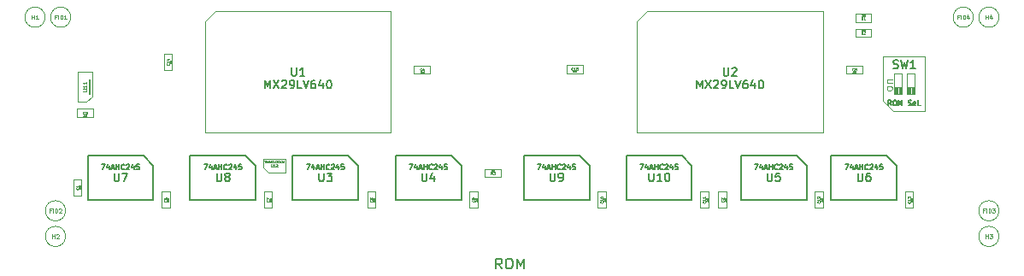
<source format=gbr>
G04 #@! TF.GenerationSoftware,KiCad,Pcbnew,(5.1.5-0-10_14)*
G04 #@! TF.CreationDate,2021-04-03T03:28:34-04:00*
G04 #@! TF.ProjectId,ROMSIMM,524f4d53-494d-44d2-9e6b-696361645f70,1.0*
G04 #@! TF.SameCoordinates,Original*
G04 #@! TF.FileFunction,Other,Fab,Top*
%FSLAX46Y46*%
G04 Gerber Fmt 4.6, Leading zero omitted, Abs format (unit mm)*
G04 Created by KiCad (PCBNEW (5.1.5-0-10_14)) date 2021-04-03 03:28:34*
%MOMM*%
%LPD*%
G04 APERTURE LIST*
%ADD10C,0.100000*%
%ADD11C,0.150000*%
%ADD12C,0.203200*%
%ADD13C,0.127000*%
%ADD14C,0.063500*%
%ADD15C,0.047625*%
%ADD16C,0.031750*%
%ADD17C,0.120000*%
%ADD18C,0.095250*%
G04 APERTURE END LIST*
D10*
X91250000Y-103700000D02*
X90250000Y-104700000D01*
X108650000Y-103700000D02*
X108650000Y-115700000D01*
X108650000Y-115700000D02*
X90250000Y-115700000D01*
X90250000Y-115700000D02*
X90250000Y-104700000D01*
X91250000Y-103700000D02*
X108650000Y-103700000D01*
X134040000Y-103700000D02*
X133040000Y-104700000D01*
X151440000Y-103700000D02*
X151440000Y-115700000D01*
X151440000Y-115700000D02*
X133040000Y-115700000D01*
X133040000Y-115700000D02*
X133040000Y-104700000D01*
X134040000Y-103700000D02*
X151440000Y-103700000D01*
D11*
X104425000Y-117950000D02*
X105425000Y-118950000D01*
X98925000Y-117950000D02*
X104425000Y-117950000D01*
X98925000Y-122350000D02*
X98925000Y-117950000D01*
X105425000Y-122350000D02*
X98925000Y-122350000D01*
X105425000Y-118950000D02*
X105425000Y-122350000D01*
X148825000Y-117950000D02*
X149825000Y-118950000D01*
X143325000Y-117950000D02*
X148825000Y-117950000D01*
X143325000Y-122350000D02*
X143325000Y-117950000D01*
X149825000Y-122350000D02*
X143325000Y-122350000D01*
X149825000Y-118950000D02*
X149825000Y-122350000D01*
X114625000Y-117950000D02*
X115625000Y-118950000D01*
X109125000Y-117950000D02*
X114625000Y-117950000D01*
X109125000Y-122350000D02*
X109125000Y-117950000D01*
X115625000Y-122350000D02*
X109125000Y-122350000D01*
X115625000Y-118950000D02*
X115625000Y-122350000D01*
X157775000Y-117950000D02*
X158775000Y-118950000D01*
X152275000Y-117950000D02*
X157775000Y-117950000D01*
X152275000Y-122350000D02*
X152275000Y-117950000D01*
X158775000Y-122350000D02*
X152275000Y-122350000D01*
X158775000Y-118950000D02*
X158775000Y-122350000D01*
X84125000Y-117950000D02*
X85125000Y-118950000D01*
X78625000Y-117950000D02*
X84125000Y-117950000D01*
X78625000Y-122350000D02*
X78625000Y-117950000D01*
X85125000Y-122350000D02*
X78625000Y-122350000D01*
X85125000Y-118950000D02*
X85125000Y-122350000D01*
X94275000Y-117950000D02*
X95275000Y-118950000D01*
X88775000Y-117950000D02*
X94275000Y-117950000D01*
X88775000Y-122350000D02*
X88775000Y-117950000D01*
X95275000Y-122350000D02*
X88775000Y-122350000D01*
X95275000Y-118950000D02*
X95275000Y-122350000D01*
X127325000Y-117950000D02*
X128325000Y-118950000D01*
X121825000Y-117950000D02*
X127325000Y-117950000D01*
X121825000Y-122350000D02*
X121825000Y-117950000D01*
X128325000Y-122350000D02*
X121825000Y-122350000D01*
X128325000Y-118950000D02*
X128325000Y-122350000D01*
X137475000Y-117950000D02*
X138475000Y-118950000D01*
X131975000Y-117950000D02*
X137475000Y-117950000D01*
X131975000Y-122350000D02*
X131975000Y-117950000D01*
X138475000Y-122350000D02*
X131975000Y-122350000D01*
X138475000Y-118950000D02*
X138475000Y-122350000D01*
D10*
X76438000Y-123444000D02*
G75*
G03X76438000Y-123444000I-1000000J0D01*
G01*
X168894000Y-123444000D02*
G75*
G03X168894000Y-123444000I-1000000J0D01*
G01*
X166354000Y-104267000D02*
G75*
G03X166354000Y-104267000I-1000000J0D01*
G01*
X76946000Y-104267000D02*
G75*
G03X76946000Y-104267000I-1000000J0D01*
G01*
X96000000Y-118280000D02*
X96000000Y-119130000D01*
X96500000Y-119630000D02*
X98200000Y-119630000D01*
X96000000Y-118280000D02*
X98200000Y-118280000D01*
X98200000Y-118280000D02*
X98200000Y-119630000D01*
X96000000Y-119130000D02*
X96500000Y-119630000D01*
X96900000Y-121550000D02*
X96900000Y-123150000D01*
X96100000Y-121550000D02*
X96900000Y-121550000D01*
X96100000Y-123150000D02*
X96100000Y-121550000D01*
X96900000Y-123150000D02*
X96100000Y-123150000D01*
X87000000Y-107900000D02*
X87000000Y-109500000D01*
X86200000Y-107900000D02*
X87000000Y-107900000D01*
X86200000Y-109500000D02*
X86200000Y-107900000D01*
X87000000Y-109500000D02*
X86200000Y-109500000D01*
X78000000Y-120323000D02*
X78000000Y-121923000D01*
X77200000Y-120323000D02*
X78000000Y-120323000D01*
X77200000Y-121923000D02*
X77200000Y-120323000D01*
X78000000Y-121923000D02*
X77200000Y-121923000D01*
X141900000Y-121550000D02*
X141900000Y-123150000D01*
X141100000Y-121550000D02*
X141900000Y-121550000D01*
X141100000Y-123150000D02*
X141100000Y-121550000D01*
X141900000Y-123150000D02*
X141100000Y-123150000D01*
X79150000Y-114150000D02*
X77550000Y-114150000D01*
X79150000Y-113350000D02*
X79150000Y-114150000D01*
X77550000Y-113350000D02*
X79150000Y-113350000D01*
X77550000Y-114150000D02*
X77550000Y-113350000D01*
X112550000Y-109850000D02*
X110950000Y-109850000D01*
X112550000Y-109050000D02*
X112550000Y-109850000D01*
X110950000Y-109050000D02*
X112550000Y-109050000D01*
X110950000Y-109850000D02*
X110950000Y-109050000D01*
X155350000Y-109850000D02*
X153750000Y-109850000D01*
X155350000Y-109050000D02*
X155350000Y-109850000D01*
X153750000Y-109050000D02*
X155350000Y-109050000D01*
X153750000Y-109850000D02*
X153750000Y-109050000D01*
X86750000Y-121550000D02*
X86750000Y-123150000D01*
X85950000Y-121550000D02*
X86750000Y-121550000D01*
X85950000Y-123150000D02*
X85950000Y-121550000D01*
X86750000Y-123150000D02*
X85950000Y-123150000D01*
X117250000Y-121550000D02*
X117250000Y-123150000D01*
X116450000Y-121550000D02*
X117250000Y-121550000D01*
X116450000Y-123150000D02*
X116450000Y-121550000D01*
X117250000Y-123150000D02*
X116450000Y-123150000D01*
X129950000Y-121550000D02*
X129950000Y-123150000D01*
X129150000Y-121550000D02*
X129950000Y-121550000D01*
X129150000Y-123150000D02*
X129150000Y-121550000D01*
X129950000Y-123150000D02*
X129150000Y-123150000D01*
X140100000Y-121550000D02*
X140100000Y-123150000D01*
X139300000Y-121550000D02*
X140100000Y-121550000D01*
X139300000Y-123150000D02*
X139300000Y-121550000D01*
X140100000Y-123150000D02*
X139300000Y-123150000D01*
X151450000Y-121550000D02*
X151450000Y-123150000D01*
X150650000Y-121550000D02*
X151450000Y-121550000D01*
X150650000Y-123150000D02*
X150650000Y-121550000D01*
X151450000Y-123150000D02*
X150650000Y-123150000D01*
X160400000Y-121550000D02*
X160400000Y-123150000D01*
X159600000Y-121550000D02*
X160400000Y-121550000D01*
X159600000Y-123150000D02*
X159600000Y-121550000D01*
X160400000Y-123150000D02*
X159600000Y-123150000D01*
X107113500Y-121550000D02*
X107113500Y-123150000D01*
X106313500Y-121550000D02*
X107113500Y-121550000D01*
X106313500Y-123150000D02*
X106313500Y-121550000D01*
X107113500Y-123150000D02*
X106313500Y-123150000D01*
X127650000Y-109800000D02*
X126050000Y-109800000D01*
X127650000Y-109000000D02*
X127650000Y-109800000D01*
X126050000Y-109000000D02*
X127650000Y-109000000D01*
X126050000Y-109800000D02*
X126050000Y-109000000D01*
X156250000Y-103950000D02*
X156250000Y-104750000D01*
X156250000Y-104750000D02*
X154650000Y-104750000D01*
X154650000Y-104750000D02*
X154650000Y-103950000D01*
X154650000Y-103950000D02*
X156250000Y-103950000D01*
X154650000Y-105400000D02*
X156250000Y-105400000D01*
X154650000Y-106200000D02*
X154650000Y-105400000D01*
X156250000Y-106200000D02*
X154650000Y-106200000D01*
X156250000Y-105400000D02*
X156250000Y-106200000D01*
X117950000Y-119300000D02*
X119550000Y-119300000D01*
X117950000Y-120100000D02*
X117950000Y-119300000D01*
X119550000Y-120100000D02*
X117950000Y-120100000D01*
X119550000Y-119300000D02*
X119550000Y-120100000D01*
X159747000Y-111204333D02*
X160547000Y-111204333D01*
X160447000Y-111871000D02*
X160447000Y-111204333D01*
X160347000Y-111871000D02*
X160347000Y-111204333D01*
X160247000Y-111871000D02*
X160247000Y-111204333D01*
X160147000Y-111871000D02*
X160147000Y-111204333D01*
X160047000Y-111871000D02*
X160047000Y-111204333D01*
X159947000Y-111871000D02*
X159947000Y-111204333D01*
X159847000Y-111871000D02*
X159847000Y-111204333D01*
X159747000Y-109871000D02*
X159747000Y-111871000D01*
X160547000Y-109871000D02*
X159747000Y-109871000D01*
X160547000Y-111871000D02*
X160547000Y-109871000D01*
X159747000Y-111871000D02*
X160547000Y-111871000D01*
X158477000Y-111204333D02*
X159277000Y-111204333D01*
X159177000Y-111871000D02*
X159177000Y-111204333D01*
X159077000Y-111871000D02*
X159077000Y-111204333D01*
X158977000Y-111871000D02*
X158977000Y-111204333D01*
X158877000Y-111871000D02*
X158877000Y-111204333D01*
X158777000Y-111871000D02*
X158777000Y-111204333D01*
X158677000Y-111871000D02*
X158677000Y-111204333D01*
X158577000Y-111871000D02*
X158577000Y-111204333D01*
X158477000Y-109871000D02*
X158477000Y-111871000D01*
X159277000Y-109871000D02*
X158477000Y-109871000D01*
X159277000Y-111871000D02*
X159277000Y-109871000D01*
X158477000Y-111871000D02*
X159277000Y-111871000D01*
X158442000Y-113571000D02*
X157442000Y-112571000D01*
X161582000Y-113571000D02*
X158442000Y-113571000D01*
X161582000Y-108171000D02*
X161582000Y-113571000D01*
X157442000Y-108171000D02*
X161582000Y-108171000D01*
X157442000Y-112571000D02*
X157442000Y-108171000D01*
X79050000Y-109630000D02*
X77650000Y-109630000D01*
X77650000Y-112670000D02*
X77650000Y-109630000D01*
X79050000Y-112100000D02*
X78500000Y-112670000D01*
X78500000Y-112670000D02*
X77650000Y-112670000D01*
X79050000Y-112100000D02*
X79050000Y-109650000D01*
X74406000Y-104267000D02*
G75*
G03X74406000Y-104267000I-1000000J0D01*
G01*
X76438000Y-125984000D02*
G75*
G03X76438000Y-125984000I-1000000J0D01*
G01*
X168894000Y-125984000D02*
G75*
G03X168894000Y-125984000I-1000000J0D01*
G01*
X168894000Y-104267000D02*
G75*
G03X168894000Y-104267000I-1000000J0D01*
G01*
D12*
X98830723Y-109254895D02*
X98830723Y-109912876D01*
X98869428Y-109990285D01*
X98908133Y-110028990D01*
X98985542Y-110067695D01*
X99140361Y-110067695D01*
X99217771Y-110028990D01*
X99256476Y-109990285D01*
X99295180Y-109912876D01*
X99295180Y-109254895D01*
X100107980Y-110067695D02*
X99643523Y-110067695D01*
X99875752Y-110067695D02*
X99875752Y-109254895D01*
X99798342Y-109371009D01*
X99720933Y-109448419D01*
X99643523Y-109487123D01*
X96179447Y-111317695D02*
X96179447Y-110504895D01*
X96450380Y-111085466D01*
X96721314Y-110504895D01*
X96721314Y-111317695D01*
X97030952Y-110504895D02*
X97572819Y-111317695D01*
X97572819Y-110504895D02*
X97030952Y-111317695D01*
X97843752Y-110582304D02*
X97882457Y-110543600D01*
X97959866Y-110504895D01*
X98153390Y-110504895D01*
X98230800Y-110543600D01*
X98269504Y-110582304D01*
X98308209Y-110659714D01*
X98308209Y-110737123D01*
X98269504Y-110853238D01*
X97805047Y-111317695D01*
X98308209Y-111317695D01*
X98695257Y-111317695D02*
X98850076Y-111317695D01*
X98927485Y-111278990D01*
X98966190Y-111240285D01*
X99043600Y-111124171D01*
X99082304Y-110969352D01*
X99082304Y-110659714D01*
X99043600Y-110582304D01*
X99004895Y-110543600D01*
X98927485Y-110504895D01*
X98772666Y-110504895D01*
X98695257Y-110543600D01*
X98656552Y-110582304D01*
X98617847Y-110659714D01*
X98617847Y-110853238D01*
X98656552Y-110930647D01*
X98695257Y-110969352D01*
X98772666Y-111008057D01*
X98927485Y-111008057D01*
X99004895Y-110969352D01*
X99043600Y-110930647D01*
X99082304Y-110853238D01*
X99817695Y-111317695D02*
X99430647Y-111317695D01*
X99430647Y-110504895D01*
X99972514Y-110504895D02*
X100243447Y-111317695D01*
X100514380Y-110504895D01*
X101133657Y-110504895D02*
X100978838Y-110504895D01*
X100901428Y-110543600D01*
X100862723Y-110582304D01*
X100785314Y-110698419D01*
X100746609Y-110853238D01*
X100746609Y-111162876D01*
X100785314Y-111240285D01*
X100824019Y-111278990D01*
X100901428Y-111317695D01*
X101056247Y-111317695D01*
X101133657Y-111278990D01*
X101172361Y-111240285D01*
X101211066Y-111162876D01*
X101211066Y-110969352D01*
X101172361Y-110891942D01*
X101133657Y-110853238D01*
X101056247Y-110814533D01*
X100901428Y-110814533D01*
X100824019Y-110853238D01*
X100785314Y-110891942D01*
X100746609Y-110969352D01*
X101907752Y-110775828D02*
X101907752Y-111317695D01*
X101714228Y-110466190D02*
X101520704Y-111046761D01*
X102023866Y-111046761D01*
X102488323Y-110504895D02*
X102565733Y-110504895D01*
X102643142Y-110543600D01*
X102681847Y-110582304D01*
X102720552Y-110659714D01*
X102759257Y-110814533D01*
X102759257Y-111008057D01*
X102720552Y-111162876D01*
X102681847Y-111240285D01*
X102643142Y-111278990D01*
X102565733Y-111317695D01*
X102488323Y-111317695D01*
X102410914Y-111278990D01*
X102372209Y-111240285D01*
X102333504Y-111162876D01*
X102294800Y-111008057D01*
X102294800Y-110814533D01*
X102333504Y-110659714D01*
X102372209Y-110582304D01*
X102410914Y-110543600D01*
X102488323Y-110504895D01*
X141620723Y-109254895D02*
X141620723Y-109912876D01*
X141659428Y-109990285D01*
X141698133Y-110028990D01*
X141775542Y-110067695D01*
X141930361Y-110067695D01*
X142007771Y-110028990D01*
X142046476Y-109990285D01*
X142085180Y-109912876D01*
X142085180Y-109254895D01*
X142433523Y-109332304D02*
X142472228Y-109293600D01*
X142549638Y-109254895D01*
X142743161Y-109254895D01*
X142820571Y-109293600D01*
X142859276Y-109332304D01*
X142897980Y-109409714D01*
X142897980Y-109487123D01*
X142859276Y-109603238D01*
X142394819Y-110067695D01*
X142897980Y-110067695D01*
X138969447Y-111317695D02*
X138969447Y-110504895D01*
X139240380Y-111085466D01*
X139511314Y-110504895D01*
X139511314Y-111317695D01*
X139820952Y-110504895D02*
X140362819Y-111317695D01*
X140362819Y-110504895D02*
X139820952Y-111317695D01*
X140633752Y-110582304D02*
X140672457Y-110543600D01*
X140749866Y-110504895D01*
X140943390Y-110504895D01*
X141020800Y-110543600D01*
X141059504Y-110582304D01*
X141098209Y-110659714D01*
X141098209Y-110737123D01*
X141059504Y-110853238D01*
X140595047Y-111317695D01*
X141098209Y-111317695D01*
X141485257Y-111317695D02*
X141640076Y-111317695D01*
X141717485Y-111278990D01*
X141756190Y-111240285D01*
X141833600Y-111124171D01*
X141872304Y-110969352D01*
X141872304Y-110659714D01*
X141833600Y-110582304D01*
X141794895Y-110543600D01*
X141717485Y-110504895D01*
X141562666Y-110504895D01*
X141485257Y-110543600D01*
X141446552Y-110582304D01*
X141407847Y-110659714D01*
X141407847Y-110853238D01*
X141446552Y-110930647D01*
X141485257Y-110969352D01*
X141562666Y-111008057D01*
X141717485Y-111008057D01*
X141794895Y-110969352D01*
X141833600Y-110930647D01*
X141872304Y-110853238D01*
X142607695Y-111317695D02*
X142220647Y-111317695D01*
X142220647Y-110504895D01*
X142762514Y-110504895D02*
X143033447Y-111317695D01*
X143304380Y-110504895D01*
X143923657Y-110504895D02*
X143768838Y-110504895D01*
X143691428Y-110543600D01*
X143652723Y-110582304D01*
X143575314Y-110698419D01*
X143536609Y-110853238D01*
X143536609Y-111162876D01*
X143575314Y-111240285D01*
X143614019Y-111278990D01*
X143691428Y-111317695D01*
X143846247Y-111317695D01*
X143923657Y-111278990D01*
X143962361Y-111240285D01*
X144001066Y-111162876D01*
X144001066Y-110969352D01*
X143962361Y-110891942D01*
X143923657Y-110853238D01*
X143846247Y-110814533D01*
X143691428Y-110814533D01*
X143614019Y-110853238D01*
X143575314Y-110891942D01*
X143536609Y-110969352D01*
X144697752Y-110775828D02*
X144697752Y-111317695D01*
X144504228Y-110466190D02*
X144310704Y-111046761D01*
X144813866Y-111046761D01*
X145278323Y-110504895D02*
X145355733Y-110504895D01*
X145433142Y-110543600D01*
X145471847Y-110582304D01*
X145510552Y-110659714D01*
X145549257Y-110814533D01*
X145549257Y-111008057D01*
X145510552Y-111162876D01*
X145471847Y-111240285D01*
X145433142Y-111278990D01*
X145355733Y-111317695D01*
X145278323Y-111317695D01*
X145200914Y-111278990D01*
X145162209Y-111240285D01*
X145123504Y-111162876D01*
X145084800Y-111008057D01*
X145084800Y-110814533D01*
X145123504Y-110659714D01*
X145162209Y-110582304D01*
X145200914Y-110543600D01*
X145278323Y-110504895D01*
X101555723Y-119704895D02*
X101555723Y-120362876D01*
X101594428Y-120440285D01*
X101633133Y-120478990D01*
X101710542Y-120517695D01*
X101865361Y-120517695D01*
X101942771Y-120478990D01*
X101981476Y-120440285D01*
X102020180Y-120362876D01*
X102020180Y-119704895D01*
X102329819Y-119704895D02*
X102832980Y-119704895D01*
X102562047Y-120014533D01*
X102678161Y-120014533D01*
X102755571Y-120053238D01*
X102794276Y-120091942D01*
X102832980Y-120169352D01*
X102832980Y-120362876D01*
X102794276Y-120440285D01*
X102755571Y-120478990D01*
X102678161Y-120517695D01*
X102445933Y-120517695D01*
X102368523Y-120478990D01*
X102329819Y-120440285D01*
D13*
X100300238Y-118855809D02*
X100638904Y-118855809D01*
X100421190Y-119363809D01*
X101050142Y-119025142D02*
X101050142Y-119363809D01*
X100929190Y-118831619D02*
X100808238Y-119194476D01*
X101122714Y-119194476D01*
X101292047Y-119218666D02*
X101533952Y-119218666D01*
X101243666Y-119363809D02*
X101413000Y-118855809D01*
X101582333Y-119363809D01*
X101751666Y-119363809D02*
X101751666Y-118855809D01*
X101751666Y-119097714D02*
X102041952Y-119097714D01*
X102041952Y-119363809D02*
X102041952Y-118855809D01*
X102574142Y-119315428D02*
X102549952Y-119339619D01*
X102477380Y-119363809D01*
X102429000Y-119363809D01*
X102356428Y-119339619D01*
X102308047Y-119291238D01*
X102283857Y-119242857D01*
X102259666Y-119146095D01*
X102259666Y-119073523D01*
X102283857Y-118976761D01*
X102308047Y-118928380D01*
X102356428Y-118880000D01*
X102429000Y-118855809D01*
X102477380Y-118855809D01*
X102549952Y-118880000D01*
X102574142Y-118904190D01*
X102767666Y-118904190D02*
X102791857Y-118880000D01*
X102840238Y-118855809D01*
X102961190Y-118855809D01*
X103009571Y-118880000D01*
X103033761Y-118904190D01*
X103057952Y-118952571D01*
X103057952Y-119000952D01*
X103033761Y-119073523D01*
X102743476Y-119363809D01*
X103057952Y-119363809D01*
X103493380Y-119025142D02*
X103493380Y-119363809D01*
X103372428Y-118831619D02*
X103251476Y-119194476D01*
X103565952Y-119194476D01*
X104001380Y-118855809D02*
X103759476Y-118855809D01*
X103735285Y-119097714D01*
X103759476Y-119073523D01*
X103807857Y-119049333D01*
X103928809Y-119049333D01*
X103977190Y-119073523D01*
X104001380Y-119097714D01*
X104025571Y-119146095D01*
X104025571Y-119267047D01*
X104001380Y-119315428D01*
X103977190Y-119339619D01*
X103928809Y-119363809D01*
X103807857Y-119363809D01*
X103759476Y-119339619D01*
X103735285Y-119315428D01*
D12*
X145955723Y-119704895D02*
X145955723Y-120362876D01*
X145994428Y-120440285D01*
X146033133Y-120478990D01*
X146110542Y-120517695D01*
X146265361Y-120517695D01*
X146342771Y-120478990D01*
X146381476Y-120440285D01*
X146420180Y-120362876D01*
X146420180Y-119704895D01*
X147194276Y-119704895D02*
X146807228Y-119704895D01*
X146768523Y-120091942D01*
X146807228Y-120053238D01*
X146884638Y-120014533D01*
X147078161Y-120014533D01*
X147155571Y-120053238D01*
X147194276Y-120091942D01*
X147232980Y-120169352D01*
X147232980Y-120362876D01*
X147194276Y-120440285D01*
X147155571Y-120478990D01*
X147078161Y-120517695D01*
X146884638Y-120517695D01*
X146807228Y-120478990D01*
X146768523Y-120440285D01*
D13*
X144700238Y-118855809D02*
X145038904Y-118855809D01*
X144821190Y-119363809D01*
X145450142Y-119025142D02*
X145450142Y-119363809D01*
X145329190Y-118831619D02*
X145208238Y-119194476D01*
X145522714Y-119194476D01*
X145692047Y-119218666D02*
X145933952Y-119218666D01*
X145643666Y-119363809D02*
X145813000Y-118855809D01*
X145982333Y-119363809D01*
X146151666Y-119363809D02*
X146151666Y-118855809D01*
X146151666Y-119097714D02*
X146441952Y-119097714D01*
X146441952Y-119363809D02*
X146441952Y-118855809D01*
X146974142Y-119315428D02*
X146949952Y-119339619D01*
X146877380Y-119363809D01*
X146829000Y-119363809D01*
X146756428Y-119339619D01*
X146708047Y-119291238D01*
X146683857Y-119242857D01*
X146659666Y-119146095D01*
X146659666Y-119073523D01*
X146683857Y-118976761D01*
X146708047Y-118928380D01*
X146756428Y-118880000D01*
X146829000Y-118855809D01*
X146877380Y-118855809D01*
X146949952Y-118880000D01*
X146974142Y-118904190D01*
X147167666Y-118904190D02*
X147191857Y-118880000D01*
X147240238Y-118855809D01*
X147361190Y-118855809D01*
X147409571Y-118880000D01*
X147433761Y-118904190D01*
X147457952Y-118952571D01*
X147457952Y-119000952D01*
X147433761Y-119073523D01*
X147143476Y-119363809D01*
X147457952Y-119363809D01*
X147893380Y-119025142D02*
X147893380Y-119363809D01*
X147772428Y-118831619D02*
X147651476Y-119194476D01*
X147965952Y-119194476D01*
X148401380Y-118855809D02*
X148159476Y-118855809D01*
X148135285Y-119097714D01*
X148159476Y-119073523D01*
X148207857Y-119049333D01*
X148328809Y-119049333D01*
X148377190Y-119073523D01*
X148401380Y-119097714D01*
X148425571Y-119146095D01*
X148425571Y-119267047D01*
X148401380Y-119315428D01*
X148377190Y-119339619D01*
X148328809Y-119363809D01*
X148207857Y-119363809D01*
X148159476Y-119339619D01*
X148135285Y-119315428D01*
D12*
X111755723Y-119704895D02*
X111755723Y-120362876D01*
X111794428Y-120440285D01*
X111833133Y-120478990D01*
X111910542Y-120517695D01*
X112065361Y-120517695D01*
X112142771Y-120478990D01*
X112181476Y-120440285D01*
X112220180Y-120362876D01*
X112220180Y-119704895D01*
X112955571Y-119975828D02*
X112955571Y-120517695D01*
X112762047Y-119666190D02*
X112568523Y-120246761D01*
X113071685Y-120246761D01*
D13*
X110500238Y-118855809D02*
X110838904Y-118855809D01*
X110621190Y-119363809D01*
X111250142Y-119025142D02*
X111250142Y-119363809D01*
X111129190Y-118831619D02*
X111008238Y-119194476D01*
X111322714Y-119194476D01*
X111492047Y-119218666D02*
X111733952Y-119218666D01*
X111443666Y-119363809D02*
X111613000Y-118855809D01*
X111782333Y-119363809D01*
X111951666Y-119363809D02*
X111951666Y-118855809D01*
X111951666Y-119097714D02*
X112241952Y-119097714D01*
X112241952Y-119363809D02*
X112241952Y-118855809D01*
X112774142Y-119315428D02*
X112749952Y-119339619D01*
X112677380Y-119363809D01*
X112629000Y-119363809D01*
X112556428Y-119339619D01*
X112508047Y-119291238D01*
X112483857Y-119242857D01*
X112459666Y-119146095D01*
X112459666Y-119073523D01*
X112483857Y-118976761D01*
X112508047Y-118928380D01*
X112556428Y-118880000D01*
X112629000Y-118855809D01*
X112677380Y-118855809D01*
X112749952Y-118880000D01*
X112774142Y-118904190D01*
X112967666Y-118904190D02*
X112991857Y-118880000D01*
X113040238Y-118855809D01*
X113161190Y-118855809D01*
X113209571Y-118880000D01*
X113233761Y-118904190D01*
X113257952Y-118952571D01*
X113257952Y-119000952D01*
X113233761Y-119073523D01*
X112943476Y-119363809D01*
X113257952Y-119363809D01*
X113693380Y-119025142D02*
X113693380Y-119363809D01*
X113572428Y-118831619D02*
X113451476Y-119194476D01*
X113765952Y-119194476D01*
X114201380Y-118855809D02*
X113959476Y-118855809D01*
X113935285Y-119097714D01*
X113959476Y-119073523D01*
X114007857Y-119049333D01*
X114128809Y-119049333D01*
X114177190Y-119073523D01*
X114201380Y-119097714D01*
X114225571Y-119146095D01*
X114225571Y-119267047D01*
X114201380Y-119315428D01*
X114177190Y-119339619D01*
X114128809Y-119363809D01*
X114007857Y-119363809D01*
X113959476Y-119339619D01*
X113935285Y-119315428D01*
D12*
X154905723Y-119704895D02*
X154905723Y-120362876D01*
X154944428Y-120440285D01*
X154983133Y-120478990D01*
X155060542Y-120517695D01*
X155215361Y-120517695D01*
X155292771Y-120478990D01*
X155331476Y-120440285D01*
X155370180Y-120362876D01*
X155370180Y-119704895D01*
X156105571Y-119704895D02*
X155950752Y-119704895D01*
X155873342Y-119743600D01*
X155834638Y-119782304D01*
X155757228Y-119898419D01*
X155718523Y-120053238D01*
X155718523Y-120362876D01*
X155757228Y-120440285D01*
X155795933Y-120478990D01*
X155873342Y-120517695D01*
X156028161Y-120517695D01*
X156105571Y-120478990D01*
X156144276Y-120440285D01*
X156182980Y-120362876D01*
X156182980Y-120169352D01*
X156144276Y-120091942D01*
X156105571Y-120053238D01*
X156028161Y-120014533D01*
X155873342Y-120014533D01*
X155795933Y-120053238D01*
X155757228Y-120091942D01*
X155718523Y-120169352D01*
D13*
X153650238Y-118855809D02*
X153988904Y-118855809D01*
X153771190Y-119363809D01*
X154400142Y-119025142D02*
X154400142Y-119363809D01*
X154279190Y-118831619D02*
X154158238Y-119194476D01*
X154472714Y-119194476D01*
X154642047Y-119218666D02*
X154883952Y-119218666D01*
X154593666Y-119363809D02*
X154763000Y-118855809D01*
X154932333Y-119363809D01*
X155101666Y-119363809D02*
X155101666Y-118855809D01*
X155101666Y-119097714D02*
X155391952Y-119097714D01*
X155391952Y-119363809D02*
X155391952Y-118855809D01*
X155924142Y-119315428D02*
X155899952Y-119339619D01*
X155827380Y-119363809D01*
X155779000Y-119363809D01*
X155706428Y-119339619D01*
X155658047Y-119291238D01*
X155633857Y-119242857D01*
X155609666Y-119146095D01*
X155609666Y-119073523D01*
X155633857Y-118976761D01*
X155658047Y-118928380D01*
X155706428Y-118880000D01*
X155779000Y-118855809D01*
X155827380Y-118855809D01*
X155899952Y-118880000D01*
X155924142Y-118904190D01*
X156117666Y-118904190D02*
X156141857Y-118880000D01*
X156190238Y-118855809D01*
X156311190Y-118855809D01*
X156359571Y-118880000D01*
X156383761Y-118904190D01*
X156407952Y-118952571D01*
X156407952Y-119000952D01*
X156383761Y-119073523D01*
X156093476Y-119363809D01*
X156407952Y-119363809D01*
X156843380Y-119025142D02*
X156843380Y-119363809D01*
X156722428Y-118831619D02*
X156601476Y-119194476D01*
X156915952Y-119194476D01*
X157351380Y-118855809D02*
X157109476Y-118855809D01*
X157085285Y-119097714D01*
X157109476Y-119073523D01*
X157157857Y-119049333D01*
X157278809Y-119049333D01*
X157327190Y-119073523D01*
X157351380Y-119097714D01*
X157375571Y-119146095D01*
X157375571Y-119267047D01*
X157351380Y-119315428D01*
X157327190Y-119339619D01*
X157278809Y-119363809D01*
X157157857Y-119363809D01*
X157109476Y-119339619D01*
X157085285Y-119315428D01*
D12*
X81255723Y-119704895D02*
X81255723Y-120362876D01*
X81294428Y-120440285D01*
X81333133Y-120478990D01*
X81410542Y-120517695D01*
X81565361Y-120517695D01*
X81642771Y-120478990D01*
X81681476Y-120440285D01*
X81720180Y-120362876D01*
X81720180Y-119704895D01*
X82029819Y-119704895D02*
X82571685Y-119704895D01*
X82223342Y-120517695D01*
D13*
X80000238Y-118855809D02*
X80338904Y-118855809D01*
X80121190Y-119363809D01*
X80750142Y-119025142D02*
X80750142Y-119363809D01*
X80629190Y-118831619D02*
X80508238Y-119194476D01*
X80822714Y-119194476D01*
X80992047Y-119218666D02*
X81233952Y-119218666D01*
X80943666Y-119363809D02*
X81113000Y-118855809D01*
X81282333Y-119363809D01*
X81451666Y-119363809D02*
X81451666Y-118855809D01*
X81451666Y-119097714D02*
X81741952Y-119097714D01*
X81741952Y-119363809D02*
X81741952Y-118855809D01*
X82274142Y-119315428D02*
X82249952Y-119339619D01*
X82177380Y-119363809D01*
X82129000Y-119363809D01*
X82056428Y-119339619D01*
X82008047Y-119291238D01*
X81983857Y-119242857D01*
X81959666Y-119146095D01*
X81959666Y-119073523D01*
X81983857Y-118976761D01*
X82008047Y-118928380D01*
X82056428Y-118880000D01*
X82129000Y-118855809D01*
X82177380Y-118855809D01*
X82249952Y-118880000D01*
X82274142Y-118904190D01*
X82467666Y-118904190D02*
X82491857Y-118880000D01*
X82540238Y-118855809D01*
X82661190Y-118855809D01*
X82709571Y-118880000D01*
X82733761Y-118904190D01*
X82757952Y-118952571D01*
X82757952Y-119000952D01*
X82733761Y-119073523D01*
X82443476Y-119363809D01*
X82757952Y-119363809D01*
X83193380Y-119025142D02*
X83193380Y-119363809D01*
X83072428Y-118831619D02*
X82951476Y-119194476D01*
X83265952Y-119194476D01*
X83701380Y-118855809D02*
X83459476Y-118855809D01*
X83435285Y-119097714D01*
X83459476Y-119073523D01*
X83507857Y-119049333D01*
X83628809Y-119049333D01*
X83677190Y-119073523D01*
X83701380Y-119097714D01*
X83725571Y-119146095D01*
X83725571Y-119267047D01*
X83701380Y-119315428D01*
X83677190Y-119339619D01*
X83628809Y-119363809D01*
X83507857Y-119363809D01*
X83459476Y-119339619D01*
X83435285Y-119315428D01*
D12*
X91405723Y-119704895D02*
X91405723Y-120362876D01*
X91444428Y-120440285D01*
X91483133Y-120478990D01*
X91560542Y-120517695D01*
X91715361Y-120517695D01*
X91792771Y-120478990D01*
X91831476Y-120440285D01*
X91870180Y-120362876D01*
X91870180Y-119704895D01*
X92373342Y-120053238D02*
X92295933Y-120014533D01*
X92257228Y-119975828D01*
X92218523Y-119898419D01*
X92218523Y-119859714D01*
X92257228Y-119782304D01*
X92295933Y-119743600D01*
X92373342Y-119704895D01*
X92528161Y-119704895D01*
X92605571Y-119743600D01*
X92644276Y-119782304D01*
X92682980Y-119859714D01*
X92682980Y-119898419D01*
X92644276Y-119975828D01*
X92605571Y-120014533D01*
X92528161Y-120053238D01*
X92373342Y-120053238D01*
X92295933Y-120091942D01*
X92257228Y-120130647D01*
X92218523Y-120208057D01*
X92218523Y-120362876D01*
X92257228Y-120440285D01*
X92295933Y-120478990D01*
X92373342Y-120517695D01*
X92528161Y-120517695D01*
X92605571Y-120478990D01*
X92644276Y-120440285D01*
X92682980Y-120362876D01*
X92682980Y-120208057D01*
X92644276Y-120130647D01*
X92605571Y-120091942D01*
X92528161Y-120053238D01*
D13*
X90150238Y-118855809D02*
X90488904Y-118855809D01*
X90271190Y-119363809D01*
X90900142Y-119025142D02*
X90900142Y-119363809D01*
X90779190Y-118831619D02*
X90658238Y-119194476D01*
X90972714Y-119194476D01*
X91142047Y-119218666D02*
X91383952Y-119218666D01*
X91093666Y-119363809D02*
X91263000Y-118855809D01*
X91432333Y-119363809D01*
X91601666Y-119363809D02*
X91601666Y-118855809D01*
X91601666Y-119097714D02*
X91891952Y-119097714D01*
X91891952Y-119363809D02*
X91891952Y-118855809D01*
X92424142Y-119315428D02*
X92399952Y-119339619D01*
X92327380Y-119363809D01*
X92279000Y-119363809D01*
X92206428Y-119339619D01*
X92158047Y-119291238D01*
X92133857Y-119242857D01*
X92109666Y-119146095D01*
X92109666Y-119073523D01*
X92133857Y-118976761D01*
X92158047Y-118928380D01*
X92206428Y-118880000D01*
X92279000Y-118855809D01*
X92327380Y-118855809D01*
X92399952Y-118880000D01*
X92424142Y-118904190D01*
X92617666Y-118904190D02*
X92641857Y-118880000D01*
X92690238Y-118855809D01*
X92811190Y-118855809D01*
X92859571Y-118880000D01*
X92883761Y-118904190D01*
X92907952Y-118952571D01*
X92907952Y-119000952D01*
X92883761Y-119073523D01*
X92593476Y-119363809D01*
X92907952Y-119363809D01*
X93343380Y-119025142D02*
X93343380Y-119363809D01*
X93222428Y-118831619D02*
X93101476Y-119194476D01*
X93415952Y-119194476D01*
X93851380Y-118855809D02*
X93609476Y-118855809D01*
X93585285Y-119097714D01*
X93609476Y-119073523D01*
X93657857Y-119049333D01*
X93778809Y-119049333D01*
X93827190Y-119073523D01*
X93851380Y-119097714D01*
X93875571Y-119146095D01*
X93875571Y-119267047D01*
X93851380Y-119315428D01*
X93827190Y-119339619D01*
X93778809Y-119363809D01*
X93657857Y-119363809D01*
X93609476Y-119339619D01*
X93585285Y-119315428D01*
D12*
X124455723Y-119704895D02*
X124455723Y-120362876D01*
X124494428Y-120440285D01*
X124533133Y-120478990D01*
X124610542Y-120517695D01*
X124765361Y-120517695D01*
X124842771Y-120478990D01*
X124881476Y-120440285D01*
X124920180Y-120362876D01*
X124920180Y-119704895D01*
X125345933Y-120517695D02*
X125500752Y-120517695D01*
X125578161Y-120478990D01*
X125616866Y-120440285D01*
X125694276Y-120324171D01*
X125732980Y-120169352D01*
X125732980Y-119859714D01*
X125694276Y-119782304D01*
X125655571Y-119743600D01*
X125578161Y-119704895D01*
X125423342Y-119704895D01*
X125345933Y-119743600D01*
X125307228Y-119782304D01*
X125268523Y-119859714D01*
X125268523Y-120053238D01*
X125307228Y-120130647D01*
X125345933Y-120169352D01*
X125423342Y-120208057D01*
X125578161Y-120208057D01*
X125655571Y-120169352D01*
X125694276Y-120130647D01*
X125732980Y-120053238D01*
D13*
X123200238Y-118855809D02*
X123538904Y-118855809D01*
X123321190Y-119363809D01*
X123950142Y-119025142D02*
X123950142Y-119363809D01*
X123829190Y-118831619D02*
X123708238Y-119194476D01*
X124022714Y-119194476D01*
X124192047Y-119218666D02*
X124433952Y-119218666D01*
X124143666Y-119363809D02*
X124313000Y-118855809D01*
X124482333Y-119363809D01*
X124651666Y-119363809D02*
X124651666Y-118855809D01*
X124651666Y-119097714D02*
X124941952Y-119097714D01*
X124941952Y-119363809D02*
X124941952Y-118855809D01*
X125474142Y-119315428D02*
X125449952Y-119339619D01*
X125377380Y-119363809D01*
X125329000Y-119363809D01*
X125256428Y-119339619D01*
X125208047Y-119291238D01*
X125183857Y-119242857D01*
X125159666Y-119146095D01*
X125159666Y-119073523D01*
X125183857Y-118976761D01*
X125208047Y-118928380D01*
X125256428Y-118880000D01*
X125329000Y-118855809D01*
X125377380Y-118855809D01*
X125449952Y-118880000D01*
X125474142Y-118904190D01*
X125667666Y-118904190D02*
X125691857Y-118880000D01*
X125740238Y-118855809D01*
X125861190Y-118855809D01*
X125909571Y-118880000D01*
X125933761Y-118904190D01*
X125957952Y-118952571D01*
X125957952Y-119000952D01*
X125933761Y-119073523D01*
X125643476Y-119363809D01*
X125957952Y-119363809D01*
X126393380Y-119025142D02*
X126393380Y-119363809D01*
X126272428Y-118831619D02*
X126151476Y-119194476D01*
X126465952Y-119194476D01*
X126901380Y-118855809D02*
X126659476Y-118855809D01*
X126635285Y-119097714D01*
X126659476Y-119073523D01*
X126707857Y-119049333D01*
X126828809Y-119049333D01*
X126877190Y-119073523D01*
X126901380Y-119097714D01*
X126925571Y-119146095D01*
X126925571Y-119267047D01*
X126901380Y-119315428D01*
X126877190Y-119339619D01*
X126828809Y-119363809D01*
X126707857Y-119363809D01*
X126659476Y-119339619D01*
X126635285Y-119315428D01*
D12*
X134218676Y-119704895D02*
X134218676Y-120362876D01*
X134257380Y-120440285D01*
X134296085Y-120478990D01*
X134373495Y-120517695D01*
X134528314Y-120517695D01*
X134605723Y-120478990D01*
X134644428Y-120440285D01*
X134683133Y-120362876D01*
X134683133Y-119704895D01*
X135495933Y-120517695D02*
X135031476Y-120517695D01*
X135263704Y-120517695D02*
X135263704Y-119704895D01*
X135186295Y-119821009D01*
X135108885Y-119898419D01*
X135031476Y-119937123D01*
X135999095Y-119704895D02*
X136076504Y-119704895D01*
X136153914Y-119743600D01*
X136192619Y-119782304D01*
X136231323Y-119859714D01*
X136270028Y-120014533D01*
X136270028Y-120208057D01*
X136231323Y-120362876D01*
X136192619Y-120440285D01*
X136153914Y-120478990D01*
X136076504Y-120517695D01*
X135999095Y-120517695D01*
X135921685Y-120478990D01*
X135882980Y-120440285D01*
X135844276Y-120362876D01*
X135805571Y-120208057D01*
X135805571Y-120014533D01*
X135844276Y-119859714D01*
X135882980Y-119782304D01*
X135921685Y-119743600D01*
X135999095Y-119704895D01*
D13*
X133350238Y-118855809D02*
X133688904Y-118855809D01*
X133471190Y-119363809D01*
X134100142Y-119025142D02*
X134100142Y-119363809D01*
X133979190Y-118831619D02*
X133858238Y-119194476D01*
X134172714Y-119194476D01*
X134342047Y-119218666D02*
X134583952Y-119218666D01*
X134293666Y-119363809D02*
X134463000Y-118855809D01*
X134632333Y-119363809D01*
X134801666Y-119363809D02*
X134801666Y-118855809D01*
X134801666Y-119097714D02*
X135091952Y-119097714D01*
X135091952Y-119363809D02*
X135091952Y-118855809D01*
X135624142Y-119315428D02*
X135599952Y-119339619D01*
X135527380Y-119363809D01*
X135479000Y-119363809D01*
X135406428Y-119339619D01*
X135358047Y-119291238D01*
X135333857Y-119242857D01*
X135309666Y-119146095D01*
X135309666Y-119073523D01*
X135333857Y-118976761D01*
X135358047Y-118928380D01*
X135406428Y-118880000D01*
X135479000Y-118855809D01*
X135527380Y-118855809D01*
X135599952Y-118880000D01*
X135624142Y-118904190D01*
X135817666Y-118904190D02*
X135841857Y-118880000D01*
X135890238Y-118855809D01*
X136011190Y-118855809D01*
X136059571Y-118880000D01*
X136083761Y-118904190D01*
X136107952Y-118952571D01*
X136107952Y-119000952D01*
X136083761Y-119073523D01*
X135793476Y-119363809D01*
X136107952Y-119363809D01*
X136543380Y-119025142D02*
X136543380Y-119363809D01*
X136422428Y-118831619D02*
X136301476Y-119194476D01*
X136615952Y-119194476D01*
X137051380Y-118855809D02*
X136809476Y-118855809D01*
X136785285Y-119097714D01*
X136809476Y-119073523D01*
X136857857Y-119049333D01*
X136978809Y-119049333D01*
X137027190Y-119073523D01*
X137051380Y-119097714D01*
X137075571Y-119146095D01*
X137075571Y-119267047D01*
X137051380Y-119315428D01*
X137027190Y-119339619D01*
X136978809Y-119363809D01*
X136857857Y-119363809D01*
X136809476Y-119339619D01*
X136785285Y-119315428D01*
D10*
X75009428Y-123415428D02*
X74876095Y-123415428D01*
X74876095Y-123624952D02*
X74876095Y-123224952D01*
X75066571Y-123224952D01*
X75218952Y-123624952D02*
X75218952Y-123224952D01*
X75409428Y-123624952D02*
X75409428Y-123224952D01*
X75504666Y-123224952D01*
X75561809Y-123244000D01*
X75599904Y-123282095D01*
X75618952Y-123320190D01*
X75638000Y-123396380D01*
X75638000Y-123453523D01*
X75618952Y-123529714D01*
X75599904Y-123567809D01*
X75561809Y-123605904D01*
X75504666Y-123624952D01*
X75409428Y-123624952D01*
X75790380Y-123263047D02*
X75809428Y-123244000D01*
X75847523Y-123224952D01*
X75942761Y-123224952D01*
X75980857Y-123244000D01*
X75999904Y-123263047D01*
X76018952Y-123301142D01*
X76018952Y-123339238D01*
X75999904Y-123396380D01*
X75771333Y-123624952D01*
X76018952Y-123624952D01*
X167465428Y-123415428D02*
X167332095Y-123415428D01*
X167332095Y-123624952D02*
X167332095Y-123224952D01*
X167522571Y-123224952D01*
X167674952Y-123624952D02*
X167674952Y-123224952D01*
X167865428Y-123624952D02*
X167865428Y-123224952D01*
X167960666Y-123224952D01*
X168017809Y-123244000D01*
X168055904Y-123282095D01*
X168074952Y-123320190D01*
X168094000Y-123396380D01*
X168094000Y-123453523D01*
X168074952Y-123529714D01*
X168055904Y-123567809D01*
X168017809Y-123605904D01*
X167960666Y-123624952D01*
X167865428Y-123624952D01*
X168227333Y-123224952D02*
X168474952Y-123224952D01*
X168341619Y-123377333D01*
X168398761Y-123377333D01*
X168436857Y-123396380D01*
X168455904Y-123415428D01*
X168474952Y-123453523D01*
X168474952Y-123548761D01*
X168455904Y-123586857D01*
X168436857Y-123605904D01*
X168398761Y-123624952D01*
X168284476Y-123624952D01*
X168246380Y-123605904D01*
X168227333Y-123586857D01*
X164925428Y-104238428D02*
X164792095Y-104238428D01*
X164792095Y-104447952D02*
X164792095Y-104047952D01*
X164982571Y-104047952D01*
X165134952Y-104447952D02*
X165134952Y-104047952D01*
X165325428Y-104447952D02*
X165325428Y-104047952D01*
X165420666Y-104047952D01*
X165477809Y-104067000D01*
X165515904Y-104105095D01*
X165534952Y-104143190D01*
X165554000Y-104219380D01*
X165554000Y-104276523D01*
X165534952Y-104352714D01*
X165515904Y-104390809D01*
X165477809Y-104428904D01*
X165420666Y-104447952D01*
X165325428Y-104447952D01*
X165896857Y-104181285D02*
X165896857Y-104447952D01*
X165801619Y-104028904D02*
X165706380Y-104314619D01*
X165954000Y-104314619D01*
X75517428Y-104238428D02*
X75384095Y-104238428D01*
X75384095Y-104447952D02*
X75384095Y-104047952D01*
X75574571Y-104047952D01*
X75726952Y-104447952D02*
X75726952Y-104047952D01*
X75917428Y-104447952D02*
X75917428Y-104047952D01*
X76012666Y-104047952D01*
X76069809Y-104067000D01*
X76107904Y-104105095D01*
X76126952Y-104143190D01*
X76146000Y-104219380D01*
X76146000Y-104276523D01*
X76126952Y-104352714D01*
X76107904Y-104390809D01*
X76069809Y-104428904D01*
X76012666Y-104447952D01*
X75917428Y-104447952D01*
X76526952Y-104447952D02*
X76298380Y-104447952D01*
X76412666Y-104447952D02*
X76412666Y-104047952D01*
X76374571Y-104105095D01*
X76336476Y-104143190D01*
X76298380Y-104162238D01*
D14*
X96785523Y-118810904D02*
X96785523Y-119016523D01*
X96797619Y-119040714D01*
X96809714Y-119052809D01*
X96833904Y-119064904D01*
X96882285Y-119064904D01*
X96906476Y-119052809D01*
X96918571Y-119040714D01*
X96930666Y-119016523D01*
X96930666Y-118810904D01*
X97184666Y-119064904D02*
X97039523Y-119064904D01*
X97112095Y-119064904D02*
X97112095Y-118810904D01*
X97087904Y-118847190D01*
X97063714Y-118871380D01*
X97039523Y-118883476D01*
X97281428Y-118835095D02*
X97293523Y-118823000D01*
X97317714Y-118810904D01*
X97378190Y-118810904D01*
X97402380Y-118823000D01*
X97414476Y-118835095D01*
X97426571Y-118859285D01*
X97426571Y-118883476D01*
X97414476Y-118919761D01*
X97269333Y-119064904D01*
X97426571Y-119064904D01*
D15*
X96120285Y-118495678D02*
X96247285Y-118495678D01*
X96165642Y-118686178D01*
X96401500Y-118559178D02*
X96401500Y-118686178D01*
X96356142Y-118486607D02*
X96310785Y-118622678D01*
X96428714Y-118622678D01*
X96592000Y-118686178D02*
X96501285Y-118686178D01*
X96501285Y-118495678D01*
X96628285Y-118495678D02*
X96691785Y-118686178D01*
X96755285Y-118495678D01*
X96927642Y-118668035D02*
X96918571Y-118677107D01*
X96891357Y-118686178D01*
X96873214Y-118686178D01*
X96846000Y-118677107D01*
X96827857Y-118658964D01*
X96818785Y-118640821D01*
X96809714Y-118604535D01*
X96809714Y-118577321D01*
X96818785Y-118541035D01*
X96827857Y-118522892D01*
X96846000Y-118504750D01*
X96873214Y-118495678D01*
X96891357Y-118495678D01*
X96918571Y-118504750D01*
X96927642Y-118513821D01*
X97109071Y-118686178D02*
X97000214Y-118686178D01*
X97054642Y-118686178D02*
X97054642Y-118495678D01*
X97036500Y-118522892D01*
X97018357Y-118541035D01*
X97000214Y-118550107D01*
X97290500Y-118504750D02*
X97272357Y-118495678D01*
X97245142Y-118495678D01*
X97217928Y-118504750D01*
X97199785Y-118522892D01*
X97190714Y-118541035D01*
X97181642Y-118577321D01*
X97181642Y-118604535D01*
X97190714Y-118640821D01*
X97199785Y-118658964D01*
X97217928Y-118677107D01*
X97245142Y-118686178D01*
X97263285Y-118686178D01*
X97290500Y-118677107D01*
X97299571Y-118668035D01*
X97299571Y-118604535D01*
X97263285Y-118604535D01*
X97417500Y-118495678D02*
X97435642Y-118495678D01*
X97453785Y-118504750D01*
X97462857Y-118513821D01*
X97471928Y-118531964D01*
X97481000Y-118568250D01*
X97481000Y-118613607D01*
X97471928Y-118649892D01*
X97462857Y-118668035D01*
X97453785Y-118677107D01*
X97435642Y-118686178D01*
X97417500Y-118686178D01*
X97399357Y-118677107D01*
X97390285Y-118668035D01*
X97381214Y-118649892D01*
X97372142Y-118613607D01*
X97372142Y-118568250D01*
X97381214Y-118531964D01*
X97390285Y-118513821D01*
X97399357Y-118504750D01*
X97417500Y-118495678D01*
X97553571Y-118513821D02*
X97562642Y-118504750D01*
X97580785Y-118495678D01*
X97626142Y-118495678D01*
X97644285Y-118504750D01*
X97653357Y-118513821D01*
X97662428Y-118531964D01*
X97662428Y-118550107D01*
X97653357Y-118577321D01*
X97544500Y-118686178D01*
X97662428Y-118686178D01*
X97843857Y-118504750D02*
X97825714Y-118495678D01*
X97798500Y-118495678D01*
X97771285Y-118504750D01*
X97753142Y-118522892D01*
X97744071Y-118541035D01*
X97735000Y-118577321D01*
X97735000Y-118604535D01*
X97744071Y-118640821D01*
X97753142Y-118658964D01*
X97771285Y-118677107D01*
X97798500Y-118686178D01*
X97816642Y-118686178D01*
X97843857Y-118677107D01*
X97852928Y-118668035D01*
X97852928Y-118604535D01*
X97816642Y-118604535D01*
X97916428Y-118495678D02*
X97961785Y-118686178D01*
X97998071Y-118550107D01*
X98034357Y-118686178D01*
X98079714Y-118495678D01*
D14*
X96590714Y-122392333D02*
X96602809Y-122404428D01*
X96614904Y-122440714D01*
X96614904Y-122464904D01*
X96602809Y-122501190D01*
X96578619Y-122525380D01*
X96554428Y-122537476D01*
X96506047Y-122549571D01*
X96469761Y-122549571D01*
X96421380Y-122537476D01*
X96397190Y-122525380D01*
X96373000Y-122501190D01*
X96360904Y-122464904D01*
X96360904Y-122440714D01*
X96373000Y-122404428D01*
X96385095Y-122392333D01*
X96360904Y-122307666D02*
X96360904Y-122138333D01*
X96614904Y-122247190D01*
D16*
X96692547Y-122504214D02*
X96686500Y-122498166D01*
X96680452Y-122486071D01*
X96680452Y-122455833D01*
X96686500Y-122443738D01*
X96692547Y-122437690D01*
X96704642Y-122431642D01*
X96716738Y-122431642D01*
X96734880Y-122437690D01*
X96807452Y-122510261D01*
X96807452Y-122431642D01*
X96722785Y-122322785D02*
X96807452Y-122322785D01*
X96722785Y-122377214D02*
X96789309Y-122377214D01*
X96801404Y-122371166D01*
X96807452Y-122359071D01*
X96807452Y-122340928D01*
X96801404Y-122328833D01*
X96795357Y-122322785D01*
X96692547Y-122268357D02*
X96686500Y-122262309D01*
X96680452Y-122250214D01*
X96680452Y-122219976D01*
X96686500Y-122207880D01*
X96692547Y-122201833D01*
X96704642Y-122195785D01*
X96716738Y-122195785D01*
X96734880Y-122201833D01*
X96807452Y-122274404D01*
X96807452Y-122195785D01*
D14*
X86690714Y-108863285D02*
X86702809Y-108875380D01*
X86714904Y-108911666D01*
X86714904Y-108935857D01*
X86702809Y-108972142D01*
X86678619Y-108996333D01*
X86654428Y-109008428D01*
X86606047Y-109020523D01*
X86569761Y-109020523D01*
X86521380Y-109008428D01*
X86497190Y-108996333D01*
X86473000Y-108972142D01*
X86460904Y-108935857D01*
X86460904Y-108911666D01*
X86473000Y-108875380D01*
X86485095Y-108863285D01*
X86714904Y-108621380D02*
X86714904Y-108766523D01*
X86714904Y-108693952D02*
X86460904Y-108693952D01*
X86497190Y-108718142D01*
X86521380Y-108742333D01*
X86533476Y-108766523D01*
X86545571Y-108403666D02*
X86714904Y-108403666D01*
X86448809Y-108464142D02*
X86630238Y-108524619D01*
X86630238Y-108367380D01*
D16*
X86792547Y-108854214D02*
X86786500Y-108848166D01*
X86780452Y-108836071D01*
X86780452Y-108805833D01*
X86786500Y-108793738D01*
X86792547Y-108787690D01*
X86804642Y-108781642D01*
X86816738Y-108781642D01*
X86834880Y-108787690D01*
X86907452Y-108860261D01*
X86907452Y-108781642D01*
X86822785Y-108672785D02*
X86907452Y-108672785D01*
X86822785Y-108727214D02*
X86889309Y-108727214D01*
X86901404Y-108721166D01*
X86907452Y-108709071D01*
X86907452Y-108690928D01*
X86901404Y-108678833D01*
X86895357Y-108672785D01*
X86792547Y-108618357D02*
X86786500Y-108612309D01*
X86780452Y-108600214D01*
X86780452Y-108569976D01*
X86786500Y-108557880D01*
X86792547Y-108551833D01*
X86804642Y-108545785D01*
X86816738Y-108545785D01*
X86834880Y-108551833D01*
X86907452Y-108624404D01*
X86907452Y-108545785D01*
D11*
X119661085Y-129179580D02*
X119327752Y-128703390D01*
X119089657Y-129179580D02*
X119089657Y-128179580D01*
X119470609Y-128179580D01*
X119565847Y-128227200D01*
X119613466Y-128274819D01*
X119661085Y-128370057D01*
X119661085Y-128512914D01*
X119613466Y-128608152D01*
X119565847Y-128655771D01*
X119470609Y-128703390D01*
X119089657Y-128703390D01*
X120280133Y-128179580D02*
X120470609Y-128179580D01*
X120565847Y-128227200D01*
X120661085Y-128322438D01*
X120708704Y-128512914D01*
X120708704Y-128846247D01*
X120661085Y-129036723D01*
X120565847Y-129131961D01*
X120470609Y-129179580D01*
X120280133Y-129179580D01*
X120184895Y-129131961D01*
X120089657Y-129036723D01*
X120042038Y-128846247D01*
X120042038Y-128512914D01*
X120089657Y-128322438D01*
X120184895Y-128227200D01*
X120280133Y-128179580D01*
X121137276Y-129179580D02*
X121137276Y-128179580D01*
X121470609Y-128893866D01*
X121803942Y-128179580D01*
X121803942Y-129179580D01*
D14*
X77690714Y-121165333D02*
X77702809Y-121177428D01*
X77714904Y-121213714D01*
X77714904Y-121237904D01*
X77702809Y-121274190D01*
X77678619Y-121298380D01*
X77654428Y-121310476D01*
X77606047Y-121322571D01*
X77569761Y-121322571D01*
X77521380Y-121310476D01*
X77497190Y-121298380D01*
X77473000Y-121274190D01*
X77460904Y-121237904D01*
X77460904Y-121213714D01*
X77473000Y-121177428D01*
X77485095Y-121165333D01*
X77714904Y-120923428D02*
X77714904Y-121068571D01*
X77714904Y-120996000D02*
X77460904Y-120996000D01*
X77497190Y-121020190D01*
X77521380Y-121044380D01*
X77533476Y-121068571D01*
D16*
X77792547Y-121277214D02*
X77786500Y-121271166D01*
X77780452Y-121259071D01*
X77780452Y-121228833D01*
X77786500Y-121216738D01*
X77792547Y-121210690D01*
X77804642Y-121204642D01*
X77816738Y-121204642D01*
X77834880Y-121210690D01*
X77907452Y-121283261D01*
X77907452Y-121204642D01*
X77822785Y-121095785D02*
X77907452Y-121095785D01*
X77822785Y-121150214D02*
X77889309Y-121150214D01*
X77901404Y-121144166D01*
X77907452Y-121132071D01*
X77907452Y-121113928D01*
X77901404Y-121101833D01*
X77895357Y-121095785D01*
X77792547Y-121041357D02*
X77786500Y-121035309D01*
X77780452Y-121023214D01*
X77780452Y-120992976D01*
X77786500Y-120980880D01*
X77792547Y-120974833D01*
X77804642Y-120968785D01*
X77816738Y-120968785D01*
X77834880Y-120974833D01*
X77907452Y-121047404D01*
X77907452Y-120968785D01*
D14*
X141590714Y-122392333D02*
X141602809Y-122404428D01*
X141614904Y-122440714D01*
X141614904Y-122464904D01*
X141602809Y-122501190D01*
X141578619Y-122525380D01*
X141554428Y-122537476D01*
X141506047Y-122549571D01*
X141469761Y-122549571D01*
X141421380Y-122537476D01*
X141397190Y-122525380D01*
X141373000Y-122501190D01*
X141360904Y-122464904D01*
X141360904Y-122440714D01*
X141373000Y-122404428D01*
X141385095Y-122392333D01*
X141385095Y-122295571D02*
X141373000Y-122283476D01*
X141360904Y-122259285D01*
X141360904Y-122198809D01*
X141373000Y-122174619D01*
X141385095Y-122162523D01*
X141409285Y-122150428D01*
X141433476Y-122150428D01*
X141469761Y-122162523D01*
X141614904Y-122307666D01*
X141614904Y-122150428D01*
D16*
X141692547Y-122504214D02*
X141686500Y-122498166D01*
X141680452Y-122486071D01*
X141680452Y-122455833D01*
X141686500Y-122443738D01*
X141692547Y-122437690D01*
X141704642Y-122431642D01*
X141716738Y-122431642D01*
X141734880Y-122437690D01*
X141807452Y-122510261D01*
X141807452Y-122431642D01*
X141722785Y-122322785D02*
X141807452Y-122322785D01*
X141722785Y-122377214D02*
X141789309Y-122377214D01*
X141801404Y-122371166D01*
X141807452Y-122359071D01*
X141807452Y-122340928D01*
X141801404Y-122328833D01*
X141795357Y-122322785D01*
X141692547Y-122268357D02*
X141686500Y-122262309D01*
X141680452Y-122250214D01*
X141680452Y-122219976D01*
X141686500Y-122207880D01*
X141692547Y-122201833D01*
X141704642Y-122195785D01*
X141716738Y-122195785D01*
X141734880Y-122201833D01*
X141807452Y-122274404D01*
X141807452Y-122195785D01*
D14*
X78307666Y-113840714D02*
X78295571Y-113852809D01*
X78259285Y-113864904D01*
X78235095Y-113864904D01*
X78198809Y-113852809D01*
X78174619Y-113828619D01*
X78162523Y-113804428D01*
X78150428Y-113756047D01*
X78150428Y-113719761D01*
X78162523Y-113671380D01*
X78174619Y-113647190D01*
X78198809Y-113623000D01*
X78235095Y-113610904D01*
X78259285Y-113610904D01*
X78295571Y-113623000D01*
X78307666Y-113635095D01*
X78392333Y-113610904D02*
X78549571Y-113610904D01*
X78464904Y-113707666D01*
X78501190Y-113707666D01*
X78525380Y-113719761D01*
X78537476Y-113731857D01*
X78549571Y-113756047D01*
X78549571Y-113816523D01*
X78537476Y-113840714D01*
X78525380Y-113852809D01*
X78501190Y-113864904D01*
X78428619Y-113864904D01*
X78404428Y-113852809D01*
X78392333Y-113840714D01*
D16*
X78195785Y-113942547D02*
X78201833Y-113936500D01*
X78213928Y-113930452D01*
X78244166Y-113930452D01*
X78256261Y-113936500D01*
X78262309Y-113942547D01*
X78268357Y-113954642D01*
X78268357Y-113966738D01*
X78262309Y-113984880D01*
X78189738Y-114057452D01*
X78268357Y-114057452D01*
X78377214Y-113972785D02*
X78377214Y-114057452D01*
X78322785Y-113972785D02*
X78322785Y-114039309D01*
X78328833Y-114051404D01*
X78340928Y-114057452D01*
X78359071Y-114057452D01*
X78371166Y-114051404D01*
X78377214Y-114045357D01*
X78431642Y-113942547D02*
X78437690Y-113936500D01*
X78449785Y-113930452D01*
X78480023Y-113930452D01*
X78492119Y-113936500D01*
X78498166Y-113942547D01*
X78504214Y-113954642D01*
X78504214Y-113966738D01*
X78498166Y-113984880D01*
X78425595Y-114057452D01*
X78504214Y-114057452D01*
D14*
X111707666Y-109540714D02*
X111695571Y-109552809D01*
X111659285Y-109564904D01*
X111635095Y-109564904D01*
X111598809Y-109552809D01*
X111574619Y-109528619D01*
X111562523Y-109504428D01*
X111550428Y-109456047D01*
X111550428Y-109419761D01*
X111562523Y-109371380D01*
X111574619Y-109347190D01*
X111598809Y-109323000D01*
X111635095Y-109310904D01*
X111659285Y-109310904D01*
X111695571Y-109323000D01*
X111707666Y-109335095D01*
X111925380Y-109395571D02*
X111925380Y-109564904D01*
X111864904Y-109298809D02*
X111804428Y-109480238D01*
X111961666Y-109480238D01*
D16*
X111595785Y-109642547D02*
X111601833Y-109636500D01*
X111613928Y-109630452D01*
X111644166Y-109630452D01*
X111656261Y-109636500D01*
X111662309Y-109642547D01*
X111668357Y-109654642D01*
X111668357Y-109666738D01*
X111662309Y-109684880D01*
X111589738Y-109757452D01*
X111668357Y-109757452D01*
X111777214Y-109672785D02*
X111777214Y-109757452D01*
X111722785Y-109672785D02*
X111722785Y-109739309D01*
X111728833Y-109751404D01*
X111740928Y-109757452D01*
X111759071Y-109757452D01*
X111771166Y-109751404D01*
X111777214Y-109745357D01*
X111831642Y-109642547D02*
X111837690Y-109636500D01*
X111849785Y-109630452D01*
X111880023Y-109630452D01*
X111892119Y-109636500D01*
X111898166Y-109642547D01*
X111904214Y-109654642D01*
X111904214Y-109666738D01*
X111898166Y-109684880D01*
X111825595Y-109757452D01*
X111904214Y-109757452D01*
D14*
X154507666Y-109540714D02*
X154495571Y-109552809D01*
X154459285Y-109564904D01*
X154435095Y-109564904D01*
X154398809Y-109552809D01*
X154374619Y-109528619D01*
X154362523Y-109504428D01*
X154350428Y-109456047D01*
X154350428Y-109419761D01*
X154362523Y-109371380D01*
X154374619Y-109347190D01*
X154398809Y-109323000D01*
X154435095Y-109310904D01*
X154459285Y-109310904D01*
X154495571Y-109323000D01*
X154507666Y-109335095D01*
X154737476Y-109310904D02*
X154616523Y-109310904D01*
X154604428Y-109431857D01*
X154616523Y-109419761D01*
X154640714Y-109407666D01*
X154701190Y-109407666D01*
X154725380Y-109419761D01*
X154737476Y-109431857D01*
X154749571Y-109456047D01*
X154749571Y-109516523D01*
X154737476Y-109540714D01*
X154725380Y-109552809D01*
X154701190Y-109564904D01*
X154640714Y-109564904D01*
X154616523Y-109552809D01*
X154604428Y-109540714D01*
D16*
X154395785Y-109642547D02*
X154401833Y-109636500D01*
X154413928Y-109630452D01*
X154444166Y-109630452D01*
X154456261Y-109636500D01*
X154462309Y-109642547D01*
X154468357Y-109654642D01*
X154468357Y-109666738D01*
X154462309Y-109684880D01*
X154389738Y-109757452D01*
X154468357Y-109757452D01*
X154577214Y-109672785D02*
X154577214Y-109757452D01*
X154522785Y-109672785D02*
X154522785Y-109739309D01*
X154528833Y-109751404D01*
X154540928Y-109757452D01*
X154559071Y-109757452D01*
X154571166Y-109751404D01*
X154577214Y-109745357D01*
X154631642Y-109642547D02*
X154637690Y-109636500D01*
X154649785Y-109630452D01*
X154680023Y-109630452D01*
X154692119Y-109636500D01*
X154698166Y-109642547D01*
X154704214Y-109654642D01*
X154704214Y-109666738D01*
X154698166Y-109684880D01*
X154625595Y-109757452D01*
X154704214Y-109757452D01*
D14*
X86440714Y-122392333D02*
X86452809Y-122404428D01*
X86464904Y-122440714D01*
X86464904Y-122464904D01*
X86452809Y-122501190D01*
X86428619Y-122525380D01*
X86404428Y-122537476D01*
X86356047Y-122549571D01*
X86319761Y-122549571D01*
X86271380Y-122537476D01*
X86247190Y-122525380D01*
X86223000Y-122501190D01*
X86210904Y-122464904D01*
X86210904Y-122440714D01*
X86223000Y-122404428D01*
X86235095Y-122392333D01*
X86210904Y-122174619D02*
X86210904Y-122223000D01*
X86223000Y-122247190D01*
X86235095Y-122259285D01*
X86271380Y-122283476D01*
X86319761Y-122295571D01*
X86416523Y-122295571D01*
X86440714Y-122283476D01*
X86452809Y-122271380D01*
X86464904Y-122247190D01*
X86464904Y-122198809D01*
X86452809Y-122174619D01*
X86440714Y-122162523D01*
X86416523Y-122150428D01*
X86356047Y-122150428D01*
X86331857Y-122162523D01*
X86319761Y-122174619D01*
X86307666Y-122198809D01*
X86307666Y-122247190D01*
X86319761Y-122271380D01*
X86331857Y-122283476D01*
X86356047Y-122295571D01*
D16*
X86542547Y-122504214D02*
X86536500Y-122498166D01*
X86530452Y-122486071D01*
X86530452Y-122455833D01*
X86536500Y-122443738D01*
X86542547Y-122437690D01*
X86554642Y-122431642D01*
X86566738Y-122431642D01*
X86584880Y-122437690D01*
X86657452Y-122510261D01*
X86657452Y-122431642D01*
X86572785Y-122322785D02*
X86657452Y-122322785D01*
X86572785Y-122377214D02*
X86639309Y-122377214D01*
X86651404Y-122371166D01*
X86657452Y-122359071D01*
X86657452Y-122340928D01*
X86651404Y-122328833D01*
X86645357Y-122322785D01*
X86542547Y-122268357D02*
X86536500Y-122262309D01*
X86530452Y-122250214D01*
X86530452Y-122219976D01*
X86536500Y-122207880D01*
X86542547Y-122201833D01*
X86554642Y-122195785D01*
X86566738Y-122195785D01*
X86584880Y-122201833D01*
X86657452Y-122274404D01*
X86657452Y-122195785D01*
D14*
X116940714Y-122392333D02*
X116952809Y-122404428D01*
X116964904Y-122440714D01*
X116964904Y-122464904D01*
X116952809Y-122501190D01*
X116928619Y-122525380D01*
X116904428Y-122537476D01*
X116856047Y-122549571D01*
X116819761Y-122549571D01*
X116771380Y-122537476D01*
X116747190Y-122525380D01*
X116723000Y-122501190D01*
X116710904Y-122464904D01*
X116710904Y-122440714D01*
X116723000Y-122404428D01*
X116735095Y-122392333D01*
X116964904Y-122271380D02*
X116964904Y-122223000D01*
X116952809Y-122198809D01*
X116940714Y-122186714D01*
X116904428Y-122162523D01*
X116856047Y-122150428D01*
X116759285Y-122150428D01*
X116735095Y-122162523D01*
X116723000Y-122174619D01*
X116710904Y-122198809D01*
X116710904Y-122247190D01*
X116723000Y-122271380D01*
X116735095Y-122283476D01*
X116759285Y-122295571D01*
X116819761Y-122295571D01*
X116843952Y-122283476D01*
X116856047Y-122271380D01*
X116868142Y-122247190D01*
X116868142Y-122198809D01*
X116856047Y-122174619D01*
X116843952Y-122162523D01*
X116819761Y-122150428D01*
D16*
X117042547Y-122504214D02*
X117036500Y-122498166D01*
X117030452Y-122486071D01*
X117030452Y-122455833D01*
X117036500Y-122443738D01*
X117042547Y-122437690D01*
X117054642Y-122431642D01*
X117066738Y-122431642D01*
X117084880Y-122437690D01*
X117157452Y-122510261D01*
X117157452Y-122431642D01*
X117072785Y-122322785D02*
X117157452Y-122322785D01*
X117072785Y-122377214D02*
X117139309Y-122377214D01*
X117151404Y-122371166D01*
X117157452Y-122359071D01*
X117157452Y-122340928D01*
X117151404Y-122328833D01*
X117145357Y-122322785D01*
X117042547Y-122268357D02*
X117036500Y-122262309D01*
X117030452Y-122250214D01*
X117030452Y-122219976D01*
X117036500Y-122207880D01*
X117042547Y-122201833D01*
X117054642Y-122195785D01*
X117066738Y-122195785D01*
X117084880Y-122201833D01*
X117157452Y-122274404D01*
X117157452Y-122195785D01*
D14*
X129640714Y-122513285D02*
X129652809Y-122525380D01*
X129664904Y-122561666D01*
X129664904Y-122585857D01*
X129652809Y-122622142D01*
X129628619Y-122646333D01*
X129604428Y-122658428D01*
X129556047Y-122670523D01*
X129519761Y-122670523D01*
X129471380Y-122658428D01*
X129447190Y-122646333D01*
X129423000Y-122622142D01*
X129410904Y-122585857D01*
X129410904Y-122561666D01*
X129423000Y-122525380D01*
X129435095Y-122513285D01*
X129664904Y-122271380D02*
X129664904Y-122416523D01*
X129664904Y-122343952D02*
X129410904Y-122343952D01*
X129447190Y-122368142D01*
X129471380Y-122392333D01*
X129483476Y-122416523D01*
X129410904Y-122114142D02*
X129410904Y-122089952D01*
X129423000Y-122065761D01*
X129435095Y-122053666D01*
X129459285Y-122041571D01*
X129507666Y-122029476D01*
X129568142Y-122029476D01*
X129616523Y-122041571D01*
X129640714Y-122053666D01*
X129652809Y-122065761D01*
X129664904Y-122089952D01*
X129664904Y-122114142D01*
X129652809Y-122138333D01*
X129640714Y-122150428D01*
X129616523Y-122162523D01*
X129568142Y-122174619D01*
X129507666Y-122174619D01*
X129459285Y-122162523D01*
X129435095Y-122150428D01*
X129423000Y-122138333D01*
X129410904Y-122114142D01*
D16*
X129742547Y-122504214D02*
X129736500Y-122498166D01*
X129730452Y-122486071D01*
X129730452Y-122455833D01*
X129736500Y-122443738D01*
X129742547Y-122437690D01*
X129754642Y-122431642D01*
X129766738Y-122431642D01*
X129784880Y-122437690D01*
X129857452Y-122510261D01*
X129857452Y-122431642D01*
X129772785Y-122322785D02*
X129857452Y-122322785D01*
X129772785Y-122377214D02*
X129839309Y-122377214D01*
X129851404Y-122371166D01*
X129857452Y-122359071D01*
X129857452Y-122340928D01*
X129851404Y-122328833D01*
X129845357Y-122322785D01*
X129742547Y-122268357D02*
X129736500Y-122262309D01*
X129730452Y-122250214D01*
X129730452Y-122219976D01*
X129736500Y-122207880D01*
X129742547Y-122201833D01*
X129754642Y-122195785D01*
X129766738Y-122195785D01*
X129784880Y-122201833D01*
X129857452Y-122274404D01*
X129857452Y-122195785D01*
D14*
X139790714Y-122513285D02*
X139802809Y-122525380D01*
X139814904Y-122561666D01*
X139814904Y-122585857D01*
X139802809Y-122622142D01*
X139778619Y-122646333D01*
X139754428Y-122658428D01*
X139706047Y-122670523D01*
X139669761Y-122670523D01*
X139621380Y-122658428D01*
X139597190Y-122646333D01*
X139573000Y-122622142D01*
X139560904Y-122585857D01*
X139560904Y-122561666D01*
X139573000Y-122525380D01*
X139585095Y-122513285D01*
X139814904Y-122271380D02*
X139814904Y-122416523D01*
X139814904Y-122343952D02*
X139560904Y-122343952D01*
X139597190Y-122368142D01*
X139621380Y-122392333D01*
X139633476Y-122416523D01*
X139814904Y-122029476D02*
X139814904Y-122174619D01*
X139814904Y-122102047D02*
X139560904Y-122102047D01*
X139597190Y-122126238D01*
X139621380Y-122150428D01*
X139633476Y-122174619D01*
D16*
X139892547Y-122504214D02*
X139886500Y-122498166D01*
X139880452Y-122486071D01*
X139880452Y-122455833D01*
X139886500Y-122443738D01*
X139892547Y-122437690D01*
X139904642Y-122431642D01*
X139916738Y-122431642D01*
X139934880Y-122437690D01*
X140007452Y-122510261D01*
X140007452Y-122431642D01*
X139922785Y-122322785D02*
X140007452Y-122322785D01*
X139922785Y-122377214D02*
X139989309Y-122377214D01*
X140001404Y-122371166D01*
X140007452Y-122359071D01*
X140007452Y-122340928D01*
X140001404Y-122328833D01*
X139995357Y-122322785D01*
X139892547Y-122268357D02*
X139886500Y-122262309D01*
X139880452Y-122250214D01*
X139880452Y-122219976D01*
X139886500Y-122207880D01*
X139892547Y-122201833D01*
X139904642Y-122195785D01*
X139916738Y-122195785D01*
X139934880Y-122201833D01*
X140007452Y-122274404D01*
X140007452Y-122195785D01*
D14*
X151140714Y-122513285D02*
X151152809Y-122525380D01*
X151164904Y-122561666D01*
X151164904Y-122585857D01*
X151152809Y-122622142D01*
X151128619Y-122646333D01*
X151104428Y-122658428D01*
X151056047Y-122670523D01*
X151019761Y-122670523D01*
X150971380Y-122658428D01*
X150947190Y-122646333D01*
X150923000Y-122622142D01*
X150910904Y-122585857D01*
X150910904Y-122561666D01*
X150923000Y-122525380D01*
X150935095Y-122513285D01*
X151164904Y-122271380D02*
X151164904Y-122416523D01*
X151164904Y-122343952D02*
X150910904Y-122343952D01*
X150947190Y-122368142D01*
X150971380Y-122392333D01*
X150983476Y-122416523D01*
X150935095Y-122174619D02*
X150923000Y-122162523D01*
X150910904Y-122138333D01*
X150910904Y-122077857D01*
X150923000Y-122053666D01*
X150935095Y-122041571D01*
X150959285Y-122029476D01*
X150983476Y-122029476D01*
X151019761Y-122041571D01*
X151164904Y-122186714D01*
X151164904Y-122029476D01*
D16*
X151242547Y-122504214D02*
X151236500Y-122498166D01*
X151230452Y-122486071D01*
X151230452Y-122455833D01*
X151236500Y-122443738D01*
X151242547Y-122437690D01*
X151254642Y-122431642D01*
X151266738Y-122431642D01*
X151284880Y-122437690D01*
X151357452Y-122510261D01*
X151357452Y-122431642D01*
X151272785Y-122322785D02*
X151357452Y-122322785D01*
X151272785Y-122377214D02*
X151339309Y-122377214D01*
X151351404Y-122371166D01*
X151357452Y-122359071D01*
X151357452Y-122340928D01*
X151351404Y-122328833D01*
X151345357Y-122322785D01*
X151242547Y-122268357D02*
X151236500Y-122262309D01*
X151230452Y-122250214D01*
X151230452Y-122219976D01*
X151236500Y-122207880D01*
X151242547Y-122201833D01*
X151254642Y-122195785D01*
X151266738Y-122195785D01*
X151284880Y-122201833D01*
X151357452Y-122274404D01*
X151357452Y-122195785D01*
D14*
X160090714Y-122513285D02*
X160102809Y-122525380D01*
X160114904Y-122561666D01*
X160114904Y-122585857D01*
X160102809Y-122622142D01*
X160078619Y-122646333D01*
X160054428Y-122658428D01*
X160006047Y-122670523D01*
X159969761Y-122670523D01*
X159921380Y-122658428D01*
X159897190Y-122646333D01*
X159873000Y-122622142D01*
X159860904Y-122585857D01*
X159860904Y-122561666D01*
X159873000Y-122525380D01*
X159885095Y-122513285D01*
X160114904Y-122271380D02*
X160114904Y-122416523D01*
X160114904Y-122343952D02*
X159860904Y-122343952D01*
X159897190Y-122368142D01*
X159921380Y-122392333D01*
X159933476Y-122416523D01*
X159860904Y-122186714D02*
X159860904Y-122029476D01*
X159957666Y-122114142D01*
X159957666Y-122077857D01*
X159969761Y-122053666D01*
X159981857Y-122041571D01*
X160006047Y-122029476D01*
X160066523Y-122029476D01*
X160090714Y-122041571D01*
X160102809Y-122053666D01*
X160114904Y-122077857D01*
X160114904Y-122150428D01*
X160102809Y-122174619D01*
X160090714Y-122186714D01*
D16*
X160192547Y-122504214D02*
X160186500Y-122498166D01*
X160180452Y-122486071D01*
X160180452Y-122455833D01*
X160186500Y-122443738D01*
X160192547Y-122437690D01*
X160204642Y-122431642D01*
X160216738Y-122431642D01*
X160234880Y-122437690D01*
X160307452Y-122510261D01*
X160307452Y-122431642D01*
X160222785Y-122322785D02*
X160307452Y-122322785D01*
X160222785Y-122377214D02*
X160289309Y-122377214D01*
X160301404Y-122371166D01*
X160307452Y-122359071D01*
X160307452Y-122340928D01*
X160301404Y-122328833D01*
X160295357Y-122322785D01*
X160192547Y-122268357D02*
X160186500Y-122262309D01*
X160180452Y-122250214D01*
X160180452Y-122219976D01*
X160186500Y-122207880D01*
X160192547Y-122201833D01*
X160204642Y-122195785D01*
X160216738Y-122195785D01*
X160234880Y-122201833D01*
X160307452Y-122274404D01*
X160307452Y-122195785D01*
D14*
X106804214Y-122392333D02*
X106816309Y-122404428D01*
X106828404Y-122440714D01*
X106828404Y-122464904D01*
X106816309Y-122501190D01*
X106792119Y-122525380D01*
X106767928Y-122537476D01*
X106719547Y-122549571D01*
X106683261Y-122549571D01*
X106634880Y-122537476D01*
X106610690Y-122525380D01*
X106586500Y-122501190D01*
X106574404Y-122464904D01*
X106574404Y-122440714D01*
X106586500Y-122404428D01*
X106598595Y-122392333D01*
X106683261Y-122247190D02*
X106671166Y-122271380D01*
X106659071Y-122283476D01*
X106634880Y-122295571D01*
X106622785Y-122295571D01*
X106598595Y-122283476D01*
X106586500Y-122271380D01*
X106574404Y-122247190D01*
X106574404Y-122198809D01*
X106586500Y-122174619D01*
X106598595Y-122162523D01*
X106622785Y-122150428D01*
X106634880Y-122150428D01*
X106659071Y-122162523D01*
X106671166Y-122174619D01*
X106683261Y-122198809D01*
X106683261Y-122247190D01*
X106695357Y-122271380D01*
X106707452Y-122283476D01*
X106731642Y-122295571D01*
X106780023Y-122295571D01*
X106804214Y-122283476D01*
X106816309Y-122271380D01*
X106828404Y-122247190D01*
X106828404Y-122198809D01*
X106816309Y-122174619D01*
X106804214Y-122162523D01*
X106780023Y-122150428D01*
X106731642Y-122150428D01*
X106707452Y-122162523D01*
X106695357Y-122174619D01*
X106683261Y-122198809D01*
D16*
X106906047Y-122504214D02*
X106900000Y-122498166D01*
X106893952Y-122486071D01*
X106893952Y-122455833D01*
X106900000Y-122443738D01*
X106906047Y-122437690D01*
X106918142Y-122431642D01*
X106930238Y-122431642D01*
X106948380Y-122437690D01*
X107020952Y-122510261D01*
X107020952Y-122431642D01*
X106936285Y-122322785D02*
X107020952Y-122322785D01*
X106936285Y-122377214D02*
X107002809Y-122377214D01*
X107014904Y-122371166D01*
X107020952Y-122359071D01*
X107020952Y-122340928D01*
X107014904Y-122328833D01*
X107008857Y-122322785D01*
X106906047Y-122268357D02*
X106900000Y-122262309D01*
X106893952Y-122250214D01*
X106893952Y-122219976D01*
X106900000Y-122207880D01*
X106906047Y-122201833D01*
X106918142Y-122195785D01*
X106930238Y-122195785D01*
X106948380Y-122201833D01*
X107020952Y-122274404D01*
X107020952Y-122195785D01*
D14*
X126686714Y-109490714D02*
X126674619Y-109502809D01*
X126638333Y-109514904D01*
X126614142Y-109514904D01*
X126577857Y-109502809D01*
X126553666Y-109478619D01*
X126541571Y-109454428D01*
X126529476Y-109406047D01*
X126529476Y-109369761D01*
X126541571Y-109321380D01*
X126553666Y-109297190D01*
X126577857Y-109273000D01*
X126614142Y-109260904D01*
X126638333Y-109260904D01*
X126674619Y-109273000D01*
X126686714Y-109285095D01*
X126928619Y-109514904D02*
X126783476Y-109514904D01*
X126856047Y-109514904D02*
X126856047Y-109260904D01*
X126831857Y-109297190D01*
X126807666Y-109321380D01*
X126783476Y-109333476D01*
X127158428Y-109260904D02*
X127037476Y-109260904D01*
X127025380Y-109381857D01*
X127037476Y-109369761D01*
X127061666Y-109357666D01*
X127122142Y-109357666D01*
X127146333Y-109369761D01*
X127158428Y-109381857D01*
X127170523Y-109406047D01*
X127170523Y-109466523D01*
X127158428Y-109490714D01*
X127146333Y-109502809D01*
X127122142Y-109514904D01*
X127061666Y-109514904D01*
X127037476Y-109502809D01*
X127025380Y-109490714D01*
D16*
X126695785Y-109592547D02*
X126701833Y-109586500D01*
X126713928Y-109580452D01*
X126744166Y-109580452D01*
X126756261Y-109586500D01*
X126762309Y-109592547D01*
X126768357Y-109604642D01*
X126768357Y-109616738D01*
X126762309Y-109634880D01*
X126689738Y-109707452D01*
X126768357Y-109707452D01*
X126877214Y-109622785D02*
X126877214Y-109707452D01*
X126822785Y-109622785D02*
X126822785Y-109689309D01*
X126828833Y-109701404D01*
X126840928Y-109707452D01*
X126859071Y-109707452D01*
X126871166Y-109701404D01*
X126877214Y-109695357D01*
X126931642Y-109592547D02*
X126937690Y-109586500D01*
X126949785Y-109580452D01*
X126980023Y-109580452D01*
X126992119Y-109586500D01*
X126998166Y-109592547D01*
X127004214Y-109604642D01*
X127004214Y-109616738D01*
X126998166Y-109634880D01*
X126925595Y-109707452D01*
X127004214Y-109707452D01*
D14*
X155407666Y-104464904D02*
X155323000Y-104343952D01*
X155262523Y-104464904D02*
X155262523Y-104210904D01*
X155359285Y-104210904D01*
X155383476Y-104223000D01*
X155395571Y-104235095D01*
X155407666Y-104259285D01*
X155407666Y-104295571D01*
X155395571Y-104319761D01*
X155383476Y-104331857D01*
X155359285Y-104343952D01*
X155262523Y-104343952D01*
X155649571Y-104464904D02*
X155504428Y-104464904D01*
X155577000Y-104464904D02*
X155577000Y-104210904D01*
X155552809Y-104247190D01*
X155528619Y-104271380D01*
X155504428Y-104283476D01*
D16*
X155295785Y-104030452D02*
X155374404Y-104030452D01*
X155332071Y-104078833D01*
X155350214Y-104078833D01*
X155362309Y-104084880D01*
X155368357Y-104090928D01*
X155374404Y-104103023D01*
X155374404Y-104133261D01*
X155368357Y-104145357D01*
X155362309Y-104151404D01*
X155350214Y-104157452D01*
X155313928Y-104157452D01*
X155301833Y-104151404D01*
X155295785Y-104145357D01*
X155428833Y-104157452D02*
X155428833Y-104030452D01*
X155440928Y-104109071D02*
X155477214Y-104157452D01*
X155477214Y-104072785D02*
X155428833Y-104121166D01*
X155519547Y-104030452D02*
X155598166Y-104030452D01*
X155555833Y-104078833D01*
X155573976Y-104078833D01*
X155586071Y-104084880D01*
X155592119Y-104090928D01*
X155598166Y-104103023D01*
X155598166Y-104133261D01*
X155592119Y-104145357D01*
X155586071Y-104151404D01*
X155573976Y-104157452D01*
X155537690Y-104157452D01*
X155525595Y-104151404D01*
X155519547Y-104145357D01*
D14*
X155407666Y-105914904D02*
X155323000Y-105793952D01*
X155262523Y-105914904D02*
X155262523Y-105660904D01*
X155359285Y-105660904D01*
X155383476Y-105673000D01*
X155395571Y-105685095D01*
X155407666Y-105709285D01*
X155407666Y-105745571D01*
X155395571Y-105769761D01*
X155383476Y-105781857D01*
X155359285Y-105793952D01*
X155262523Y-105793952D01*
X155504428Y-105685095D02*
X155516523Y-105673000D01*
X155540714Y-105660904D01*
X155601190Y-105660904D01*
X155625380Y-105673000D01*
X155637476Y-105685095D01*
X155649571Y-105709285D01*
X155649571Y-105733476D01*
X155637476Y-105769761D01*
X155492333Y-105914904D01*
X155649571Y-105914904D01*
D16*
X155295785Y-105480452D02*
X155374404Y-105480452D01*
X155332071Y-105528833D01*
X155350214Y-105528833D01*
X155362309Y-105534880D01*
X155368357Y-105540928D01*
X155374404Y-105553023D01*
X155374404Y-105583261D01*
X155368357Y-105595357D01*
X155362309Y-105601404D01*
X155350214Y-105607452D01*
X155313928Y-105607452D01*
X155301833Y-105601404D01*
X155295785Y-105595357D01*
X155428833Y-105607452D02*
X155428833Y-105480452D01*
X155440928Y-105559071D02*
X155477214Y-105607452D01*
X155477214Y-105522785D02*
X155428833Y-105571166D01*
X155519547Y-105480452D02*
X155598166Y-105480452D01*
X155555833Y-105528833D01*
X155573976Y-105528833D01*
X155586071Y-105534880D01*
X155592119Y-105540928D01*
X155598166Y-105553023D01*
X155598166Y-105583261D01*
X155592119Y-105595357D01*
X155586071Y-105601404D01*
X155573976Y-105607452D01*
X155537690Y-105607452D01*
X155525595Y-105601404D01*
X155519547Y-105595357D01*
D14*
X118707666Y-119814904D02*
X118623000Y-119693952D01*
X118562523Y-119814904D02*
X118562523Y-119560904D01*
X118659285Y-119560904D01*
X118683476Y-119573000D01*
X118695571Y-119585095D01*
X118707666Y-119609285D01*
X118707666Y-119645571D01*
X118695571Y-119669761D01*
X118683476Y-119681857D01*
X118659285Y-119693952D01*
X118562523Y-119693952D01*
X118792333Y-119560904D02*
X118949571Y-119560904D01*
X118864904Y-119657666D01*
X118901190Y-119657666D01*
X118925380Y-119669761D01*
X118937476Y-119681857D01*
X118949571Y-119706047D01*
X118949571Y-119766523D01*
X118937476Y-119790714D01*
X118925380Y-119802809D01*
X118901190Y-119814904D01*
X118828619Y-119814904D01*
X118804428Y-119802809D01*
X118792333Y-119790714D01*
D16*
X118665333Y-119507452D02*
X118592761Y-119507452D01*
X118629047Y-119507452D02*
X118629047Y-119380452D01*
X118616952Y-119398595D01*
X118604857Y-119410690D01*
X118592761Y-119416738D01*
X118743952Y-119380452D02*
X118756047Y-119380452D01*
X118768142Y-119386500D01*
X118774190Y-119392547D01*
X118780238Y-119404642D01*
X118786285Y-119428833D01*
X118786285Y-119459071D01*
X118780238Y-119483261D01*
X118774190Y-119495357D01*
X118768142Y-119501404D01*
X118756047Y-119507452D01*
X118743952Y-119507452D01*
X118731857Y-119501404D01*
X118725809Y-119495357D01*
X118719761Y-119483261D01*
X118713714Y-119459071D01*
X118713714Y-119428833D01*
X118719761Y-119404642D01*
X118725809Y-119392547D01*
X118731857Y-119386500D01*
X118743952Y-119380452D01*
X118864904Y-119380452D02*
X118877000Y-119380452D01*
X118889095Y-119386500D01*
X118895142Y-119392547D01*
X118901190Y-119404642D01*
X118907238Y-119428833D01*
X118907238Y-119459071D01*
X118901190Y-119483261D01*
X118895142Y-119495357D01*
X118889095Y-119501404D01*
X118877000Y-119507452D01*
X118864904Y-119507452D01*
X118852809Y-119501404D01*
X118846761Y-119495357D01*
X118840714Y-119483261D01*
X118834666Y-119459071D01*
X118834666Y-119428833D01*
X118840714Y-119404642D01*
X118846761Y-119392547D01*
X118852809Y-119386500D01*
X118864904Y-119380452D01*
D12*
X158428266Y-109294990D02*
X158544380Y-109333695D01*
X158737904Y-109333695D01*
X158815314Y-109294990D01*
X158854019Y-109256285D01*
X158892723Y-109178876D01*
X158892723Y-109101466D01*
X158854019Y-109024057D01*
X158815314Y-108985352D01*
X158737904Y-108946647D01*
X158583085Y-108907942D01*
X158505676Y-108869238D01*
X158466971Y-108830533D01*
X158428266Y-108753123D01*
X158428266Y-108675714D01*
X158466971Y-108598304D01*
X158505676Y-108559600D01*
X158583085Y-108520895D01*
X158776609Y-108520895D01*
X158892723Y-108559600D01*
X159163657Y-108520895D02*
X159357180Y-109333695D01*
X159512000Y-108753123D01*
X159666819Y-109333695D01*
X159860342Y-108520895D01*
X160595733Y-109333695D02*
X160131276Y-109333695D01*
X160363504Y-109333695D02*
X160363504Y-108520895D01*
X160286095Y-108637009D01*
X160208685Y-108714419D01*
X160131276Y-108753123D01*
D13*
X158205714Y-113005809D02*
X158036380Y-112763904D01*
X157915428Y-113005809D02*
X157915428Y-112497809D01*
X158108952Y-112497809D01*
X158157333Y-112522000D01*
X158181523Y-112546190D01*
X158205714Y-112594571D01*
X158205714Y-112667142D01*
X158181523Y-112715523D01*
X158157333Y-112739714D01*
X158108952Y-112763904D01*
X157915428Y-112763904D01*
X158520190Y-112497809D02*
X158616952Y-112497809D01*
X158665333Y-112522000D01*
X158713714Y-112570380D01*
X158737904Y-112667142D01*
X158737904Y-112836476D01*
X158713714Y-112933238D01*
X158665333Y-112981619D01*
X158616952Y-113005809D01*
X158520190Y-113005809D01*
X158471809Y-112981619D01*
X158423428Y-112933238D01*
X158399238Y-112836476D01*
X158399238Y-112667142D01*
X158423428Y-112570380D01*
X158471809Y-112522000D01*
X158520190Y-112497809D01*
X158955619Y-113005809D02*
X158955619Y-112497809D01*
X159124952Y-112860666D01*
X159294285Y-112497809D01*
X159294285Y-113005809D01*
X159899047Y-112981619D02*
X159971619Y-113005809D01*
X160092571Y-113005809D01*
X160140952Y-112981619D01*
X160165142Y-112957428D01*
X160189333Y-112909047D01*
X160189333Y-112860666D01*
X160165142Y-112812285D01*
X160140952Y-112788095D01*
X160092571Y-112763904D01*
X159995809Y-112739714D01*
X159947428Y-112715523D01*
X159923238Y-112691333D01*
X159899047Y-112642952D01*
X159899047Y-112594571D01*
X159923238Y-112546190D01*
X159947428Y-112522000D01*
X159995809Y-112497809D01*
X160116761Y-112497809D01*
X160189333Y-112522000D01*
X160600571Y-112981619D02*
X160552190Y-113005809D01*
X160455428Y-113005809D01*
X160407047Y-112981619D01*
X160382857Y-112933238D01*
X160382857Y-112739714D01*
X160407047Y-112691333D01*
X160455428Y-112667142D01*
X160552190Y-112667142D01*
X160600571Y-112691333D01*
X160624761Y-112739714D01*
X160624761Y-112788095D01*
X160382857Y-112836476D01*
X160915047Y-113005809D02*
X160866666Y-112981619D01*
X160842476Y-112933238D01*
X160842476Y-112497809D01*
X161108571Y-112957428D02*
X161132761Y-112981619D01*
X161108571Y-113005809D01*
X161084380Y-112981619D01*
X161108571Y-112957428D01*
X161108571Y-113005809D01*
D17*
X158321404Y-111345047D02*
X158283309Y-111421238D01*
X158245214Y-111459333D01*
X158169023Y-111497428D01*
X157940452Y-111497428D01*
X157864261Y-111459333D01*
X157826166Y-111421238D01*
X157788071Y-111345047D01*
X157788071Y-111230761D01*
X157826166Y-111154571D01*
X157864261Y-111116476D01*
X157940452Y-111078380D01*
X158169023Y-111078380D01*
X158245214Y-111116476D01*
X158283309Y-111154571D01*
X158321404Y-111230761D01*
X158321404Y-111345047D01*
X157788071Y-110735523D02*
X158321404Y-110735523D01*
X157864261Y-110735523D02*
X157826166Y-110697428D01*
X157788071Y-110621238D01*
X157788071Y-110506952D01*
X157826166Y-110430761D01*
X157902357Y-110392666D01*
X158321404Y-110392666D01*
D18*
X78141357Y-111621714D02*
X78449785Y-111621714D01*
X78486071Y-111603571D01*
X78504214Y-111585428D01*
X78522357Y-111549142D01*
X78522357Y-111476571D01*
X78504214Y-111440285D01*
X78486071Y-111422142D01*
X78449785Y-111404000D01*
X78141357Y-111404000D01*
X78522357Y-111023000D02*
X78522357Y-111240714D01*
X78522357Y-111131857D02*
X78141357Y-111131857D01*
X78195785Y-111168142D01*
X78232071Y-111204428D01*
X78250214Y-111240714D01*
X78522357Y-110660142D02*
X78522357Y-110877857D01*
X78522357Y-110769000D02*
X78141357Y-110769000D01*
X78195785Y-110805285D01*
X78232071Y-110841571D01*
X78250214Y-110877857D01*
D16*
X78730452Y-111878738D02*
X78857452Y-111794071D01*
X78730452Y-111794071D02*
X78857452Y-111878738D01*
X78845357Y-111673119D02*
X78851404Y-111679166D01*
X78857452Y-111697309D01*
X78857452Y-111709404D01*
X78851404Y-111727547D01*
X78839309Y-111739642D01*
X78827214Y-111745690D01*
X78803023Y-111751738D01*
X78784880Y-111751738D01*
X78760690Y-111745690D01*
X78748595Y-111739642D01*
X78736500Y-111727547D01*
X78730452Y-111709404D01*
X78730452Y-111697309D01*
X78736500Y-111679166D01*
X78742547Y-111673119D01*
X78730452Y-111564261D02*
X78730452Y-111588452D01*
X78736500Y-111600547D01*
X78742547Y-111606595D01*
X78760690Y-111618690D01*
X78784880Y-111624738D01*
X78833261Y-111624738D01*
X78845357Y-111618690D01*
X78851404Y-111612642D01*
X78857452Y-111600547D01*
X78857452Y-111576357D01*
X78851404Y-111564261D01*
X78845357Y-111558214D01*
X78833261Y-111552166D01*
X78803023Y-111552166D01*
X78790928Y-111558214D01*
X78784880Y-111564261D01*
X78778833Y-111576357D01*
X78778833Y-111600547D01*
X78784880Y-111612642D01*
X78790928Y-111618690D01*
X78803023Y-111624738D01*
X78742547Y-111503785D02*
X78736500Y-111497738D01*
X78730452Y-111485642D01*
X78730452Y-111455404D01*
X78736500Y-111443309D01*
X78742547Y-111437261D01*
X78754642Y-111431214D01*
X78766738Y-111431214D01*
X78784880Y-111437261D01*
X78857452Y-111509833D01*
X78857452Y-111431214D01*
X78730452Y-111352595D02*
X78730452Y-111340500D01*
X78736500Y-111328404D01*
X78742547Y-111322357D01*
X78754642Y-111316309D01*
X78778833Y-111310261D01*
X78809071Y-111310261D01*
X78833261Y-111316309D01*
X78845357Y-111322357D01*
X78851404Y-111328404D01*
X78857452Y-111340500D01*
X78857452Y-111352595D01*
X78851404Y-111364690D01*
X78845357Y-111370738D01*
X78833261Y-111376785D01*
X78809071Y-111382833D01*
X78778833Y-111382833D01*
X78754642Y-111376785D01*
X78742547Y-111370738D01*
X78736500Y-111364690D01*
X78730452Y-111352595D01*
X78730452Y-111201404D02*
X78730452Y-111225595D01*
X78736500Y-111237690D01*
X78742547Y-111243738D01*
X78760690Y-111255833D01*
X78784880Y-111261880D01*
X78833261Y-111261880D01*
X78845357Y-111255833D01*
X78851404Y-111249785D01*
X78857452Y-111237690D01*
X78857452Y-111213500D01*
X78851404Y-111201404D01*
X78845357Y-111195357D01*
X78833261Y-111189309D01*
X78803023Y-111189309D01*
X78790928Y-111195357D01*
X78784880Y-111201404D01*
X78778833Y-111213500D01*
X78778833Y-111237690D01*
X78784880Y-111249785D01*
X78790928Y-111255833D01*
X78803023Y-111261880D01*
X78857452Y-111134880D02*
X78730452Y-111134880D01*
X78730452Y-111086500D01*
X78736500Y-111074404D01*
X78742547Y-111068357D01*
X78754642Y-111062309D01*
X78772785Y-111062309D01*
X78784880Y-111068357D01*
X78790928Y-111074404D01*
X78796976Y-111086500D01*
X78796976Y-111134880D01*
X78730452Y-111019976D02*
X78730452Y-110941357D01*
X78778833Y-110983690D01*
X78778833Y-110965547D01*
X78784880Y-110953452D01*
X78790928Y-110947404D01*
X78803023Y-110941357D01*
X78833261Y-110941357D01*
X78845357Y-110947404D01*
X78851404Y-110953452D01*
X78857452Y-110965547D01*
X78857452Y-111001833D01*
X78851404Y-111013928D01*
X78845357Y-111019976D01*
X78730452Y-110899023D02*
X78730452Y-110820404D01*
X78778833Y-110862738D01*
X78778833Y-110844595D01*
X78784880Y-110832500D01*
X78790928Y-110826452D01*
X78803023Y-110820404D01*
X78833261Y-110820404D01*
X78845357Y-110826452D01*
X78851404Y-110832500D01*
X78857452Y-110844595D01*
X78857452Y-110880880D01*
X78851404Y-110892976D01*
X78845357Y-110899023D01*
X78742547Y-110772023D02*
X78736500Y-110765976D01*
X78730452Y-110753880D01*
X78730452Y-110723642D01*
X78736500Y-110711547D01*
X78742547Y-110705500D01*
X78754642Y-110699452D01*
X78766738Y-110699452D01*
X78784880Y-110705500D01*
X78857452Y-110778071D01*
X78857452Y-110699452D01*
X78857452Y-110645023D02*
X78730452Y-110645023D01*
X78821166Y-110602690D01*
X78730452Y-110560357D01*
X78857452Y-110560357D01*
X78857452Y-110427309D02*
X78796976Y-110469642D01*
X78857452Y-110499880D02*
X78730452Y-110499880D01*
X78730452Y-110451500D01*
X78736500Y-110439404D01*
X78742547Y-110433357D01*
X78754642Y-110427309D01*
X78772785Y-110427309D01*
X78784880Y-110433357D01*
X78790928Y-110439404D01*
X78796976Y-110451500D01*
X78796976Y-110499880D01*
D10*
X73101238Y-104447952D02*
X73101238Y-104047952D01*
X73101238Y-104238428D02*
X73329809Y-104238428D01*
X73329809Y-104447952D02*
X73329809Y-104047952D01*
X73729809Y-104447952D02*
X73501238Y-104447952D01*
X73615523Y-104447952D02*
X73615523Y-104047952D01*
X73577428Y-104105095D01*
X73539333Y-104143190D01*
X73501238Y-104162238D01*
X75133238Y-126164952D02*
X75133238Y-125764952D01*
X75133238Y-125955428D02*
X75361809Y-125955428D01*
X75361809Y-126164952D02*
X75361809Y-125764952D01*
X75533238Y-125803047D02*
X75552285Y-125784000D01*
X75590380Y-125764952D01*
X75685619Y-125764952D01*
X75723714Y-125784000D01*
X75742761Y-125803047D01*
X75761809Y-125841142D01*
X75761809Y-125879238D01*
X75742761Y-125936380D01*
X75514190Y-126164952D01*
X75761809Y-126164952D01*
X167589238Y-126164952D02*
X167589238Y-125764952D01*
X167589238Y-125955428D02*
X167817809Y-125955428D01*
X167817809Y-126164952D02*
X167817809Y-125764952D01*
X167970190Y-125764952D02*
X168217809Y-125764952D01*
X168084476Y-125917333D01*
X168141619Y-125917333D01*
X168179714Y-125936380D01*
X168198761Y-125955428D01*
X168217809Y-125993523D01*
X168217809Y-126088761D01*
X168198761Y-126126857D01*
X168179714Y-126145904D01*
X168141619Y-126164952D01*
X168027333Y-126164952D01*
X167989238Y-126145904D01*
X167970190Y-126126857D01*
X167589238Y-104447952D02*
X167589238Y-104047952D01*
X167589238Y-104238428D02*
X167817809Y-104238428D01*
X167817809Y-104447952D02*
X167817809Y-104047952D01*
X168179714Y-104181285D02*
X168179714Y-104447952D01*
X168084476Y-104028904D02*
X167989238Y-104314619D01*
X168236857Y-104314619D01*
M02*

</source>
